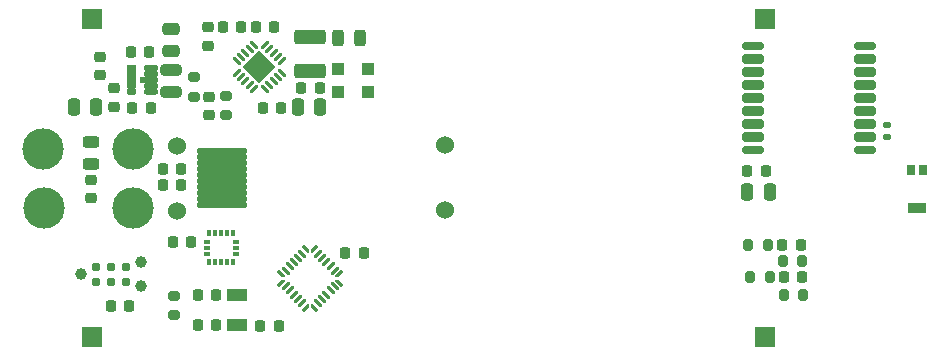
<source format=gbr>
%TF.GenerationSoftware,KiCad,Pcbnew,(6.0.0)*%
%TF.CreationDate,2022-01-25T09:42:25-07:00*%
%TF.ProjectId,SolarGPS,536f6c61-7247-4505-932e-6b696361645f,rev?*%
%TF.SameCoordinates,Original*%
%TF.FileFunction,Soldermask,Top*%
%TF.FilePolarity,Negative*%
%FSLAX46Y46*%
G04 Gerber Fmt 4.6, Leading zero omitted, Abs format (unit mm)*
G04 Created by KiCad (PCBNEW (6.0.0)) date 2022-01-25 09:42:25*
%MOMM*%
%LPD*%
G01*
G04 APERTURE LIST*
G04 Aperture macros list*
%AMRoundRect*
0 Rectangle with rounded corners*
0 $1 Rounding radius*
0 $2 $3 $4 $5 $6 $7 $8 $9 X,Y pos of 4 corners*
0 Add a 4 corners polygon primitive as box body*
4,1,4,$2,$3,$4,$5,$6,$7,$8,$9,$2,$3,0*
0 Add four circle primitives for the rounded corners*
1,1,$1+$1,$2,$3*
1,1,$1+$1,$4,$5*
1,1,$1+$1,$6,$7*
1,1,$1+$1,$8,$9*
0 Add four rect primitives between the rounded corners*
20,1,$1+$1,$2,$3,$4,$5,0*
20,1,$1+$1,$4,$5,$6,$7,0*
20,1,$1+$1,$6,$7,$8,$9,0*
20,1,$1+$1,$8,$9,$2,$3,0*%
%AMRotRect*
0 Rectangle, with rotation*
0 The origin of the aperture is its center*
0 $1 length*
0 $2 width*
0 $3 Rotation angle, in degrees counterclockwise*
0 Add horizontal line*
21,1,$1,$2,0,0,$3*%
%AMOutline4P*
0 Free polygon, 4 corners , with rotation*
0 The origin of the aperture is its center*
0 number of corners: always 4*
0 $1 to $8 corner X, Y*
0 $9 Rotation angle, in degrees counterclockwise*
0 create outline with 4 corners*
4,1,4,$1,$2,$3,$4,$5,$6,$7,$8,$1,$2,$9*%
%AMFreePoly0*
4,1,17,0.230680,0.111820,0.364318,-0.021819,0.364320,-0.021820,0.364320,-0.021821,0.377501,-0.053640,0.377500,-0.053642,0.377500,-0.080000,0.364320,-0.111820,0.332500,-0.125000,-0.332500,-0.125000,-0.364320,-0.111820,-0.377500,-0.080000,-0.377500,0.080000,-0.364320,0.111820,-0.332500,0.125000,0.198860,0.125000,0.230680,0.111820,0.230680,0.111820,$1*%
%AMFreePoly1*
4,1,17,0.364320,0.111820,0.377500,0.080000,0.377500,0.053642,0.377501,0.053640,0.369779,0.035000,0.364320,0.021820,0.364318,0.021819,0.230680,-0.111820,0.198860,-0.125000,-0.332500,-0.125000,-0.364320,-0.111820,-0.377500,-0.080000,-0.377500,0.080000,-0.364320,0.111820,-0.332500,0.125000,0.332500,0.125000,0.364320,0.111820,0.364320,0.111820,$1*%
%AMFreePoly2*
4,1,17,0.053642,0.377500,0.080000,0.377500,0.111820,0.364320,0.125000,0.332500,0.125000,-0.332500,0.111820,-0.364320,0.080000,-0.377500,-0.080000,-0.377500,-0.111820,-0.364320,-0.125000,-0.332500,-0.125000,0.198860,-0.111820,0.230680,0.021819,0.364318,0.021820,0.364320,0.031140,0.368181,0.053640,0.377501,0.053642,0.377500,0.053642,0.377500,$1*%
%AMFreePoly3*
4,1,17,-0.021820,0.364320,0.111818,0.230681,0.111820,0.230680,0.111820,0.230679,0.125001,0.198860,0.125000,0.198858,0.125000,-0.332500,0.111820,-0.364320,0.080000,-0.377500,-0.080000,-0.377500,-0.111820,-0.364320,-0.125000,-0.332500,-0.125000,0.332500,-0.111820,0.364320,-0.080000,0.377500,-0.053640,0.377500,-0.021820,0.364320,-0.021820,0.364320,$1*%
%AMFreePoly4*
4,1,17,0.364320,0.111820,0.377500,0.080000,0.377500,-0.080000,0.364320,-0.111820,0.332500,-0.125000,-0.198858,-0.125000,-0.198860,-0.125001,-0.221360,-0.115681,-0.230680,-0.111820,-0.230681,-0.111818,-0.364320,0.021820,-0.377500,0.053640,-0.377500,0.080000,-0.364320,0.111820,-0.332500,0.125000,0.332500,0.125000,0.364320,0.111820,0.364320,0.111820,$1*%
%AMFreePoly5*
4,1,17,-0.198858,0.125000,0.332500,0.125000,0.364320,0.111820,0.377500,0.080000,0.377500,-0.080000,0.364320,-0.111820,0.332500,-0.125000,-0.332500,-0.125000,-0.364320,-0.111820,-0.377500,-0.080000,-0.377500,-0.053640,-0.364320,-0.021820,-0.230681,0.111818,-0.230680,0.111820,-0.221360,0.115681,-0.198860,0.125001,-0.198858,0.125000,-0.198858,0.125000,$1*%
%AMFreePoly6*
4,1,17,0.111820,0.364320,0.125000,0.332500,0.125000,-0.198858,0.125001,-0.198860,0.115681,-0.221360,0.111820,-0.230680,0.111818,-0.230681,-0.021820,-0.364320,-0.053640,-0.377500,-0.080000,-0.377500,-0.111820,-0.364320,-0.125000,-0.332500,-0.125000,0.332500,-0.111820,0.364320,-0.080000,0.377500,0.080000,0.377500,0.111820,0.364320,0.111820,0.364320,$1*%
%AMFreePoly7*
4,1,17,0.111820,0.364320,0.125000,0.332500,0.125000,-0.332500,0.111820,-0.364320,0.080000,-0.377500,0.053642,-0.377500,0.053640,-0.377501,0.031140,-0.368181,0.021820,-0.364320,0.021819,-0.364318,-0.111820,-0.230680,-0.125000,-0.198860,-0.125000,0.332500,-0.111820,0.364320,-0.080000,0.377500,0.080000,0.377500,0.111820,0.364320,0.111820,0.364320,$1*%
G04 Aperture macros list end*
%ADD10C,0.010000*%
%ADD11RoundRect,0.120000X2.000000X-0.150000X2.000000X0.150000X-2.000000X0.150000X-2.000000X-0.150000X0*%
%ADD12RoundRect,0.250000X-0.475000X0.250000X-0.475000X-0.250000X0.475000X-0.250000X0.475000X0.250000X0*%
%ADD13RoundRect,0.218750X0.256250X-0.218750X0.256250X0.218750X-0.256250X0.218750X-0.256250X-0.218750X0*%
%ADD14RoundRect,0.243750X-0.456250X0.243750X-0.456250X-0.243750X0.456250X-0.243750X0.456250X0.243750X0*%
%ADD15RoundRect,0.218750X-0.218750X-0.256250X0.218750X-0.256250X0.218750X0.256250X-0.218750X0.256250X0*%
%ADD16RoundRect,0.250000X-0.250000X-0.475000X0.250000X-0.475000X0.250000X0.475000X-0.250000X0.475000X0*%
%ADD17RoundRect,0.218750X-0.256250X0.218750X-0.256250X-0.218750X0.256250X-0.218750X0.256250X0.218750X0*%
%ADD18RoundRect,0.243750X-0.656250X0.243750X-0.656250X-0.243750X0.656250X-0.243750X0.656250X0.243750X0*%
%ADD19RoundRect,0.243750X-0.243750X-0.456250X0.243750X-0.456250X0.243750X0.456250X-0.243750X0.456250X0*%
%ADD20RoundRect,0.218750X0.218750X0.256250X-0.218750X0.256250X-0.218750X-0.256250X0.218750X-0.256250X0*%
%ADD21RoundRect,0.250000X-1.075000X0.375000X-1.075000X-0.375000X1.075000X-0.375000X1.075000X0.375000X0*%
%ADD22RoundRect,0.250000X0.250000X0.475000X-0.250000X0.475000X-0.250000X-0.475000X0.250000X-0.475000X0*%
%ADD23RoundRect,0.225000X0.225000X0.250000X-0.225000X0.250000X-0.225000X-0.250000X0.225000X-0.250000X0*%
%ADD24RoundRect,0.225000X-0.225000X-0.250000X0.225000X-0.250000X0.225000X0.250000X-0.225000X0.250000X0*%
%ADD25RoundRect,0.087500X0.087500X-0.187500X0.087500X0.187500X-0.087500X0.187500X-0.087500X-0.187500X0*%
%ADD26RoundRect,0.087500X0.187500X-0.087500X0.187500X0.087500X-0.187500X0.087500X-0.187500X-0.087500X0*%
%ADD27R,1.000000X1.000000*%
%ADD28RoundRect,0.062500X0.220971X0.309359X-0.309359X-0.220971X-0.220971X-0.309359X0.309359X0.220971X0*%
%ADD29RoundRect,0.062500X-0.220971X0.309359X-0.309359X0.220971X0.220971X-0.309359X0.309359X-0.220971X0*%
%ADD30RotRect,2.000000X2.000000X225.000000*%
%ADD31RoundRect,0.200000X0.200000X0.275000X-0.200000X0.275000X-0.200000X-0.275000X0.200000X-0.275000X0*%
%ADD32RoundRect,0.200000X0.275000X-0.200000X0.275000X0.200000X-0.275000X0.200000X-0.275000X-0.200000X0*%
%ADD33RoundRect,0.225000X0.250000X-0.225000X0.250000X0.225000X-0.250000X0.225000X-0.250000X-0.225000X0*%
%ADD34RoundRect,0.147500X-0.172500X0.147500X-0.172500X-0.147500X0.172500X-0.147500X0.172500X0.147500X0*%
%ADD35RoundRect,0.175000X-0.725000X-0.175000X0.725000X-0.175000X0.725000X0.175000X-0.725000X0.175000X0*%
%ADD36RoundRect,0.200000X-0.700000X-0.200000X0.700000X-0.200000X0.700000X0.200000X-0.700000X0.200000X0*%
%ADD37Outline4P,-0.400000X-0.325000X0.400000X-0.325000X0.400000X0.325000X-0.400000X0.325000X90.000000*%
%ADD38Outline4P,-0.400000X-0.800000X0.400000X-0.800000X0.400000X0.800000X-0.400000X0.800000X90.000000*%
%ADD39FreePoly0,45.000000*%
%ADD40RoundRect,0.062500X-0.220971X-0.309359X0.309359X0.220971X0.220971X0.309359X-0.309359X-0.220971X0*%
%ADD41FreePoly1,45.000000*%
%ADD42FreePoly2,45.000000*%
%ADD43RoundRect,0.062500X0.220971X-0.309359X0.309359X-0.220971X-0.220971X0.309359X-0.309359X0.220971X0*%
%ADD44FreePoly3,45.000000*%
%ADD45FreePoly4,45.000000*%
%ADD46FreePoly5,45.000000*%
%ADD47FreePoly6,45.000000*%
%ADD48FreePoly7,45.000000*%
%ADD49C,0.990600*%
%ADD50C,0.787400*%
%ADD51R,1.800000X1.000000*%
%ADD52R,1.700000X1.700000*%
%ADD53C,3.500000*%
%ADD54C,1.524000*%
G04 APERTURE END LIST*
D10*
%TO.C,U7*%
X56695000Y-55575000D02*
X56695000Y-55725000D01*
X56695000Y-55725000D02*
X56695000Y-55731000D01*
X56695000Y-55731000D02*
X56694000Y-55738000D01*
X56694000Y-55738000D02*
X56694000Y-55744000D01*
X56694000Y-55744000D02*
X56692000Y-55750000D01*
X56692000Y-55750000D02*
X56691000Y-55756000D01*
X56691000Y-55756000D02*
X56689000Y-55762000D01*
X56689000Y-55762000D02*
X56687000Y-55768000D01*
X56687000Y-55768000D02*
X56685000Y-55774000D01*
X56685000Y-55774000D02*
X56682000Y-55779000D01*
X56682000Y-55779000D02*
X56679000Y-55785000D01*
X56679000Y-55785000D02*
X56676000Y-55790000D01*
X56676000Y-55790000D02*
X56672000Y-55796000D01*
X56672000Y-55796000D02*
X56668000Y-55801000D01*
X56668000Y-55801000D02*
X56664000Y-55805000D01*
X56664000Y-55805000D02*
X56660000Y-55810000D01*
X56660000Y-55810000D02*
X56655000Y-55814000D01*
X56655000Y-55814000D02*
X56651000Y-55818000D01*
X56651000Y-55818000D02*
X56646000Y-55822000D01*
X56646000Y-55822000D02*
X56640000Y-55826000D01*
X56640000Y-55826000D02*
X56635000Y-55829000D01*
X56635000Y-55829000D02*
X56629000Y-55832000D01*
X56629000Y-55832000D02*
X56624000Y-55835000D01*
X56624000Y-55835000D02*
X56618000Y-55837000D01*
X56618000Y-55837000D02*
X56612000Y-55839000D01*
X56612000Y-55839000D02*
X56606000Y-55841000D01*
X56606000Y-55841000D02*
X56600000Y-55842000D01*
X56600000Y-55842000D02*
X56594000Y-55844000D01*
X56594000Y-55844000D02*
X56588000Y-55844000D01*
X56588000Y-55844000D02*
X56581000Y-55845000D01*
X56581000Y-55845000D02*
X56575000Y-55845000D01*
X56575000Y-55845000D02*
X56075000Y-55845000D01*
X56075000Y-55845000D02*
X56069000Y-55845000D01*
X56069000Y-55845000D02*
X56062000Y-55844000D01*
X56062000Y-55844000D02*
X56056000Y-55844000D01*
X56056000Y-55844000D02*
X56050000Y-55842000D01*
X56050000Y-55842000D02*
X56044000Y-55841000D01*
X56044000Y-55841000D02*
X56038000Y-55839000D01*
X56038000Y-55839000D02*
X56032000Y-55837000D01*
X56032000Y-55837000D02*
X56026000Y-55835000D01*
X56026000Y-55835000D02*
X56021000Y-55832000D01*
X56021000Y-55832000D02*
X56015000Y-55829000D01*
X56015000Y-55829000D02*
X56010000Y-55826000D01*
X56010000Y-55826000D02*
X56004000Y-55822000D01*
X56004000Y-55822000D02*
X55999000Y-55818000D01*
X55999000Y-55818000D02*
X55995000Y-55814000D01*
X55995000Y-55814000D02*
X55990000Y-55810000D01*
X55990000Y-55810000D02*
X55986000Y-55805000D01*
X55986000Y-55805000D02*
X55982000Y-55801000D01*
X55982000Y-55801000D02*
X55978000Y-55796000D01*
X55978000Y-55796000D02*
X55974000Y-55790000D01*
X55974000Y-55790000D02*
X55971000Y-55785000D01*
X55971000Y-55785000D02*
X55968000Y-55779000D01*
X55968000Y-55779000D02*
X55965000Y-55774000D01*
X55965000Y-55774000D02*
X55963000Y-55768000D01*
X55963000Y-55768000D02*
X55961000Y-55762000D01*
X55961000Y-55762000D02*
X55959000Y-55756000D01*
X55959000Y-55756000D02*
X55958000Y-55750000D01*
X55958000Y-55750000D02*
X55956000Y-55744000D01*
X55956000Y-55744000D02*
X55956000Y-55738000D01*
X55956000Y-55738000D02*
X55955000Y-55731000D01*
X55955000Y-55731000D02*
X55955000Y-55725000D01*
X55955000Y-55725000D02*
X55955000Y-55575000D01*
X55955000Y-55575000D02*
X55955000Y-55569000D01*
X55955000Y-55569000D02*
X55956000Y-55562000D01*
X55956000Y-55562000D02*
X55956000Y-55556000D01*
X55956000Y-55556000D02*
X55958000Y-55550000D01*
X55958000Y-55550000D02*
X55959000Y-55544000D01*
X55959000Y-55544000D02*
X55961000Y-55538000D01*
X55961000Y-55538000D02*
X55963000Y-55532000D01*
X55963000Y-55532000D02*
X55965000Y-55526000D01*
X55965000Y-55526000D02*
X55968000Y-55521000D01*
X55968000Y-55521000D02*
X55971000Y-55515000D01*
X55971000Y-55515000D02*
X55974000Y-55510000D01*
X55974000Y-55510000D02*
X55978000Y-55504000D01*
X55978000Y-55504000D02*
X55982000Y-55499000D01*
X55982000Y-55499000D02*
X55986000Y-55495000D01*
X55986000Y-55495000D02*
X55990000Y-55490000D01*
X55990000Y-55490000D02*
X55995000Y-55486000D01*
X55995000Y-55486000D02*
X55999000Y-55482000D01*
X55999000Y-55482000D02*
X56004000Y-55478000D01*
X56004000Y-55478000D02*
X56010000Y-55474000D01*
X56010000Y-55474000D02*
X56015000Y-55471000D01*
X56015000Y-55471000D02*
X56021000Y-55468000D01*
X56021000Y-55468000D02*
X56026000Y-55465000D01*
X56026000Y-55465000D02*
X56032000Y-55463000D01*
X56032000Y-55463000D02*
X56038000Y-55461000D01*
X56038000Y-55461000D02*
X56044000Y-55459000D01*
X56044000Y-55459000D02*
X56050000Y-55458000D01*
X56050000Y-55458000D02*
X56056000Y-55456000D01*
X56056000Y-55456000D02*
X56062000Y-55456000D01*
X56062000Y-55456000D02*
X56069000Y-55455000D01*
X56069000Y-55455000D02*
X56075000Y-55455000D01*
X56075000Y-55455000D02*
X56575000Y-55455000D01*
X56575000Y-55455000D02*
X56581000Y-55455000D01*
X56581000Y-55455000D02*
X56588000Y-55456000D01*
X56588000Y-55456000D02*
X56594000Y-55456000D01*
X56594000Y-55456000D02*
X56600000Y-55458000D01*
X56600000Y-55458000D02*
X56606000Y-55459000D01*
X56606000Y-55459000D02*
X56612000Y-55461000D01*
X56612000Y-55461000D02*
X56618000Y-55463000D01*
X56618000Y-55463000D02*
X56624000Y-55465000D01*
X56624000Y-55465000D02*
X56629000Y-55468000D01*
X56629000Y-55468000D02*
X56635000Y-55471000D01*
X56635000Y-55471000D02*
X56640000Y-55474000D01*
X56640000Y-55474000D02*
X56646000Y-55478000D01*
X56646000Y-55478000D02*
X56651000Y-55482000D01*
X56651000Y-55482000D02*
X56655000Y-55486000D01*
X56655000Y-55486000D02*
X56660000Y-55490000D01*
X56660000Y-55490000D02*
X56664000Y-55495000D01*
X56664000Y-55495000D02*
X56668000Y-55499000D01*
X56668000Y-55499000D02*
X56672000Y-55504000D01*
X56672000Y-55504000D02*
X56676000Y-55510000D01*
X56676000Y-55510000D02*
X56679000Y-55515000D01*
X56679000Y-55515000D02*
X56682000Y-55521000D01*
X56682000Y-55521000D02*
X56685000Y-55526000D01*
X56685000Y-55526000D02*
X56687000Y-55532000D01*
X56687000Y-55532000D02*
X56689000Y-55538000D01*
X56689000Y-55538000D02*
X56691000Y-55544000D01*
X56691000Y-55544000D02*
X56692000Y-55550000D01*
X56692000Y-55550000D02*
X56694000Y-55556000D01*
X56694000Y-55556000D02*
X56694000Y-55562000D01*
X56694000Y-55562000D02*
X56695000Y-55569000D01*
X56695000Y-55569000D02*
X56695000Y-55575000D01*
X56695000Y-55575000D02*
X56695000Y-55575000D01*
G36*
X56588000Y-55456000D02*
G01*
X56594000Y-55456000D01*
X56600000Y-55458000D01*
X56606000Y-55459000D01*
X56624000Y-55465000D01*
X56629000Y-55468000D01*
X56635000Y-55471000D01*
X56640000Y-55474000D01*
X56646000Y-55478000D01*
X56651000Y-55482000D01*
X56655000Y-55486000D01*
X56660000Y-55490000D01*
X56664000Y-55495000D01*
X56668000Y-55499000D01*
X56672000Y-55504000D01*
X56676000Y-55510000D01*
X56679000Y-55515000D01*
X56682000Y-55521000D01*
X56685000Y-55526000D01*
X56691000Y-55544000D01*
X56692000Y-55550000D01*
X56694000Y-55556000D01*
X56694000Y-55562000D01*
X56695000Y-55569000D01*
X56695000Y-55731000D01*
X56694000Y-55738000D01*
X56694000Y-55744000D01*
X56692000Y-55750000D01*
X56691000Y-55756000D01*
X56685000Y-55774000D01*
X56682000Y-55779000D01*
X56679000Y-55785000D01*
X56676000Y-55790000D01*
X56672000Y-55796000D01*
X56668000Y-55801000D01*
X56664000Y-55805000D01*
X56660000Y-55810000D01*
X56655000Y-55814000D01*
X56651000Y-55818000D01*
X56646000Y-55822000D01*
X56640000Y-55826000D01*
X56635000Y-55829000D01*
X56629000Y-55832000D01*
X56624000Y-55835000D01*
X56606000Y-55841000D01*
X56600000Y-55842000D01*
X56594000Y-55844000D01*
X56588000Y-55844000D01*
X56581000Y-55845000D01*
X56069000Y-55845000D01*
X56062000Y-55844000D01*
X56056000Y-55844000D01*
X56050000Y-55842000D01*
X56044000Y-55841000D01*
X56026000Y-55835000D01*
X56021000Y-55832000D01*
X56015000Y-55829000D01*
X56010000Y-55826000D01*
X56004000Y-55822000D01*
X55999000Y-55818000D01*
X55995000Y-55814000D01*
X55990000Y-55810000D01*
X55986000Y-55805000D01*
X55982000Y-55801000D01*
X55978000Y-55796000D01*
X55974000Y-55790000D01*
X55971000Y-55785000D01*
X55968000Y-55779000D01*
X55965000Y-55774000D01*
X55959000Y-55756000D01*
X55958000Y-55750000D01*
X55956000Y-55744000D01*
X55956000Y-55738000D01*
X55955000Y-55731000D01*
X55955000Y-55569000D01*
X55956000Y-55562000D01*
X55956000Y-55556000D01*
X55958000Y-55550000D01*
X55959000Y-55544000D01*
X55965000Y-55526000D01*
X55968000Y-55521000D01*
X55971000Y-55515000D01*
X55974000Y-55510000D01*
X55978000Y-55504000D01*
X55982000Y-55499000D01*
X55986000Y-55495000D01*
X55990000Y-55490000D01*
X55995000Y-55486000D01*
X55999000Y-55482000D01*
X56004000Y-55478000D01*
X56010000Y-55474000D01*
X56015000Y-55471000D01*
X56021000Y-55468000D01*
X56026000Y-55465000D01*
X56044000Y-55459000D01*
X56050000Y-55458000D01*
X56056000Y-55456000D01*
X56062000Y-55456000D01*
X56069000Y-55455000D01*
X56581000Y-55455000D01*
X56588000Y-55456000D01*
G37*
X56588000Y-55456000D02*
X56594000Y-55456000D01*
X56600000Y-55458000D01*
X56606000Y-55459000D01*
X56624000Y-55465000D01*
X56629000Y-55468000D01*
X56635000Y-55471000D01*
X56640000Y-55474000D01*
X56646000Y-55478000D01*
X56651000Y-55482000D01*
X56655000Y-55486000D01*
X56660000Y-55490000D01*
X56664000Y-55495000D01*
X56668000Y-55499000D01*
X56672000Y-55504000D01*
X56676000Y-55510000D01*
X56679000Y-55515000D01*
X56682000Y-55521000D01*
X56685000Y-55526000D01*
X56691000Y-55544000D01*
X56692000Y-55550000D01*
X56694000Y-55556000D01*
X56694000Y-55562000D01*
X56695000Y-55569000D01*
X56695000Y-55731000D01*
X56694000Y-55738000D01*
X56694000Y-55744000D01*
X56692000Y-55750000D01*
X56691000Y-55756000D01*
X56685000Y-55774000D01*
X56682000Y-55779000D01*
X56679000Y-55785000D01*
X56676000Y-55790000D01*
X56672000Y-55796000D01*
X56668000Y-55801000D01*
X56664000Y-55805000D01*
X56660000Y-55810000D01*
X56655000Y-55814000D01*
X56651000Y-55818000D01*
X56646000Y-55822000D01*
X56640000Y-55826000D01*
X56635000Y-55829000D01*
X56629000Y-55832000D01*
X56624000Y-55835000D01*
X56606000Y-55841000D01*
X56600000Y-55842000D01*
X56594000Y-55844000D01*
X56588000Y-55844000D01*
X56581000Y-55845000D01*
X56069000Y-55845000D01*
X56062000Y-55844000D01*
X56056000Y-55844000D01*
X56050000Y-55842000D01*
X56044000Y-55841000D01*
X56026000Y-55835000D01*
X56021000Y-55832000D01*
X56015000Y-55829000D01*
X56010000Y-55826000D01*
X56004000Y-55822000D01*
X55999000Y-55818000D01*
X55995000Y-55814000D01*
X55990000Y-55810000D01*
X55986000Y-55805000D01*
X55982000Y-55801000D01*
X55978000Y-55796000D01*
X55974000Y-55790000D01*
X55971000Y-55785000D01*
X55968000Y-55779000D01*
X55965000Y-55774000D01*
X55959000Y-55756000D01*
X55958000Y-55750000D01*
X55956000Y-55744000D01*
X55956000Y-55738000D01*
X55955000Y-55731000D01*
X55955000Y-55569000D01*
X55956000Y-55562000D01*
X55956000Y-55556000D01*
X55958000Y-55550000D01*
X55959000Y-55544000D01*
X55965000Y-55526000D01*
X55968000Y-55521000D01*
X55971000Y-55515000D01*
X55974000Y-55510000D01*
X55978000Y-55504000D01*
X55982000Y-55499000D01*
X55986000Y-55495000D01*
X55990000Y-55490000D01*
X55995000Y-55486000D01*
X55999000Y-55482000D01*
X56004000Y-55478000D01*
X56010000Y-55474000D01*
X56015000Y-55471000D01*
X56021000Y-55468000D01*
X56026000Y-55465000D01*
X56044000Y-55459000D01*
X56050000Y-55458000D01*
X56056000Y-55456000D01*
X56062000Y-55456000D01*
X56069000Y-55455000D01*
X56581000Y-55455000D01*
X56588000Y-55456000D01*
X58495000Y-56075000D02*
X58495000Y-56225000D01*
X58495000Y-56225000D02*
X58495000Y-56231000D01*
X58495000Y-56231000D02*
X58494000Y-56238000D01*
X58494000Y-56238000D02*
X58494000Y-56244000D01*
X58494000Y-56244000D02*
X58492000Y-56250000D01*
X58492000Y-56250000D02*
X58491000Y-56256000D01*
X58491000Y-56256000D02*
X58489000Y-56262000D01*
X58489000Y-56262000D02*
X58487000Y-56268000D01*
X58487000Y-56268000D02*
X58485000Y-56274000D01*
X58485000Y-56274000D02*
X58482000Y-56279000D01*
X58482000Y-56279000D02*
X58479000Y-56285000D01*
X58479000Y-56285000D02*
X58476000Y-56290000D01*
X58476000Y-56290000D02*
X58472000Y-56296000D01*
X58472000Y-56296000D02*
X58468000Y-56301000D01*
X58468000Y-56301000D02*
X58464000Y-56305000D01*
X58464000Y-56305000D02*
X58460000Y-56310000D01*
X58460000Y-56310000D02*
X58455000Y-56314000D01*
X58455000Y-56314000D02*
X58451000Y-56318000D01*
X58451000Y-56318000D02*
X58446000Y-56322000D01*
X58446000Y-56322000D02*
X58440000Y-56326000D01*
X58440000Y-56326000D02*
X58435000Y-56329000D01*
X58435000Y-56329000D02*
X58429000Y-56332000D01*
X58429000Y-56332000D02*
X58424000Y-56335000D01*
X58424000Y-56335000D02*
X58418000Y-56337000D01*
X58418000Y-56337000D02*
X58412000Y-56339000D01*
X58412000Y-56339000D02*
X58406000Y-56341000D01*
X58406000Y-56341000D02*
X58400000Y-56342000D01*
X58400000Y-56342000D02*
X58394000Y-56344000D01*
X58394000Y-56344000D02*
X58388000Y-56344000D01*
X58388000Y-56344000D02*
X58381000Y-56345000D01*
X58381000Y-56345000D02*
X58375000Y-56345000D01*
X58375000Y-56345000D02*
X57575000Y-56345000D01*
X57575000Y-56345000D02*
X57569000Y-56345000D01*
X57569000Y-56345000D02*
X57562000Y-56344000D01*
X57562000Y-56344000D02*
X57556000Y-56344000D01*
X57556000Y-56344000D02*
X57550000Y-56342000D01*
X57550000Y-56342000D02*
X57544000Y-56341000D01*
X57544000Y-56341000D02*
X57538000Y-56339000D01*
X57538000Y-56339000D02*
X57532000Y-56337000D01*
X57532000Y-56337000D02*
X57526000Y-56335000D01*
X57526000Y-56335000D02*
X57521000Y-56332000D01*
X57521000Y-56332000D02*
X57515000Y-56329000D01*
X57515000Y-56329000D02*
X57510000Y-56326000D01*
X57510000Y-56326000D02*
X57504000Y-56322000D01*
X57504000Y-56322000D02*
X57499000Y-56318000D01*
X57499000Y-56318000D02*
X57495000Y-56314000D01*
X57495000Y-56314000D02*
X57490000Y-56310000D01*
X57490000Y-56310000D02*
X57486000Y-56305000D01*
X57486000Y-56305000D02*
X57482000Y-56301000D01*
X57482000Y-56301000D02*
X57478000Y-56296000D01*
X57478000Y-56296000D02*
X57474000Y-56290000D01*
X57474000Y-56290000D02*
X57471000Y-56285000D01*
X57471000Y-56285000D02*
X57468000Y-56279000D01*
X57468000Y-56279000D02*
X57465000Y-56274000D01*
X57465000Y-56274000D02*
X57463000Y-56268000D01*
X57463000Y-56268000D02*
X57461000Y-56262000D01*
X57461000Y-56262000D02*
X57459000Y-56256000D01*
X57459000Y-56256000D02*
X57458000Y-56250000D01*
X57458000Y-56250000D02*
X57456000Y-56244000D01*
X57456000Y-56244000D02*
X57456000Y-56238000D01*
X57456000Y-56238000D02*
X57455000Y-56231000D01*
X57455000Y-56231000D02*
X57455000Y-56225000D01*
X57455000Y-56225000D02*
X57455000Y-56075000D01*
X57455000Y-56075000D02*
X57455000Y-56069000D01*
X57455000Y-56069000D02*
X57456000Y-56062000D01*
X57456000Y-56062000D02*
X57456000Y-56056000D01*
X57456000Y-56056000D02*
X57458000Y-56050000D01*
X57458000Y-56050000D02*
X57459000Y-56044000D01*
X57459000Y-56044000D02*
X57461000Y-56038000D01*
X57461000Y-56038000D02*
X57463000Y-56032000D01*
X57463000Y-56032000D02*
X57465000Y-56026000D01*
X57465000Y-56026000D02*
X57468000Y-56021000D01*
X57468000Y-56021000D02*
X57471000Y-56015000D01*
X57471000Y-56015000D02*
X57474000Y-56010000D01*
X57474000Y-56010000D02*
X57478000Y-56004000D01*
X57478000Y-56004000D02*
X57482000Y-55999000D01*
X57482000Y-55999000D02*
X57486000Y-55995000D01*
X57486000Y-55995000D02*
X57490000Y-55990000D01*
X57490000Y-55990000D02*
X57495000Y-55986000D01*
X57495000Y-55986000D02*
X57499000Y-55982000D01*
X57499000Y-55982000D02*
X57504000Y-55978000D01*
X57504000Y-55978000D02*
X57510000Y-55974000D01*
X57510000Y-55974000D02*
X57515000Y-55971000D01*
X57515000Y-55971000D02*
X57521000Y-55968000D01*
X57521000Y-55968000D02*
X57526000Y-55965000D01*
X57526000Y-55965000D02*
X57532000Y-55963000D01*
X57532000Y-55963000D02*
X57538000Y-55961000D01*
X57538000Y-55961000D02*
X57544000Y-55959000D01*
X57544000Y-55959000D02*
X57550000Y-55958000D01*
X57550000Y-55958000D02*
X57556000Y-55956000D01*
X57556000Y-55956000D02*
X57562000Y-55956000D01*
X57562000Y-55956000D02*
X57569000Y-55955000D01*
X57569000Y-55955000D02*
X57575000Y-55955000D01*
X57575000Y-55955000D02*
X58375000Y-55955000D01*
X58375000Y-55955000D02*
X58381000Y-55955000D01*
X58381000Y-55955000D02*
X58388000Y-55956000D01*
X58388000Y-55956000D02*
X58394000Y-55956000D01*
X58394000Y-55956000D02*
X58400000Y-55958000D01*
X58400000Y-55958000D02*
X58406000Y-55959000D01*
X58406000Y-55959000D02*
X58412000Y-55961000D01*
X58412000Y-55961000D02*
X58418000Y-55963000D01*
X58418000Y-55963000D02*
X58424000Y-55965000D01*
X58424000Y-55965000D02*
X58429000Y-55968000D01*
X58429000Y-55968000D02*
X58435000Y-55971000D01*
X58435000Y-55971000D02*
X58440000Y-55974000D01*
X58440000Y-55974000D02*
X58446000Y-55978000D01*
X58446000Y-55978000D02*
X58451000Y-55982000D01*
X58451000Y-55982000D02*
X58455000Y-55986000D01*
X58455000Y-55986000D02*
X58460000Y-55990000D01*
X58460000Y-55990000D02*
X58464000Y-55995000D01*
X58464000Y-55995000D02*
X58468000Y-55999000D01*
X58468000Y-55999000D02*
X58472000Y-56004000D01*
X58472000Y-56004000D02*
X58476000Y-56010000D01*
X58476000Y-56010000D02*
X58479000Y-56015000D01*
X58479000Y-56015000D02*
X58482000Y-56021000D01*
X58482000Y-56021000D02*
X58485000Y-56026000D01*
X58485000Y-56026000D02*
X58487000Y-56032000D01*
X58487000Y-56032000D02*
X58489000Y-56038000D01*
X58489000Y-56038000D02*
X58491000Y-56044000D01*
X58491000Y-56044000D02*
X58492000Y-56050000D01*
X58492000Y-56050000D02*
X58494000Y-56056000D01*
X58494000Y-56056000D02*
X58494000Y-56062000D01*
X58494000Y-56062000D02*
X58495000Y-56069000D01*
X58495000Y-56069000D02*
X58495000Y-56075000D01*
X58495000Y-56075000D02*
X58495000Y-56075000D01*
G36*
X58388000Y-55956000D02*
G01*
X58394000Y-55956000D01*
X58400000Y-55958000D01*
X58406000Y-55959000D01*
X58424000Y-55965000D01*
X58429000Y-55968000D01*
X58435000Y-55971000D01*
X58440000Y-55974000D01*
X58446000Y-55978000D01*
X58451000Y-55982000D01*
X58455000Y-55986000D01*
X58460000Y-55990000D01*
X58464000Y-55995000D01*
X58468000Y-55999000D01*
X58472000Y-56004000D01*
X58476000Y-56010000D01*
X58479000Y-56015000D01*
X58482000Y-56021000D01*
X58485000Y-56026000D01*
X58491000Y-56044000D01*
X58492000Y-56050000D01*
X58494000Y-56056000D01*
X58494000Y-56062000D01*
X58495000Y-56069000D01*
X58495000Y-56231000D01*
X58494000Y-56238000D01*
X58494000Y-56244000D01*
X58492000Y-56250000D01*
X58491000Y-56256000D01*
X58485000Y-56274000D01*
X58482000Y-56279000D01*
X58479000Y-56285000D01*
X58476000Y-56290000D01*
X58472000Y-56296000D01*
X58468000Y-56301000D01*
X58464000Y-56305000D01*
X58460000Y-56310000D01*
X58455000Y-56314000D01*
X58451000Y-56318000D01*
X58446000Y-56322000D01*
X58440000Y-56326000D01*
X58435000Y-56329000D01*
X58429000Y-56332000D01*
X58424000Y-56335000D01*
X58406000Y-56341000D01*
X58400000Y-56342000D01*
X58394000Y-56344000D01*
X58388000Y-56344000D01*
X58381000Y-56345000D01*
X57569000Y-56345000D01*
X57562000Y-56344000D01*
X57556000Y-56344000D01*
X57550000Y-56342000D01*
X57544000Y-56341000D01*
X57526000Y-56335000D01*
X57521000Y-56332000D01*
X57515000Y-56329000D01*
X57510000Y-56326000D01*
X57504000Y-56322000D01*
X57499000Y-56318000D01*
X57495000Y-56314000D01*
X57490000Y-56310000D01*
X57486000Y-56305000D01*
X57482000Y-56301000D01*
X57478000Y-56296000D01*
X57474000Y-56290000D01*
X57471000Y-56285000D01*
X57468000Y-56279000D01*
X57465000Y-56274000D01*
X57459000Y-56256000D01*
X57458000Y-56250000D01*
X57456000Y-56244000D01*
X57456000Y-56238000D01*
X57455000Y-56231000D01*
X57455000Y-56069000D01*
X57456000Y-56062000D01*
X57456000Y-56056000D01*
X57458000Y-56050000D01*
X57459000Y-56044000D01*
X57465000Y-56026000D01*
X57468000Y-56021000D01*
X57471000Y-56015000D01*
X57474000Y-56010000D01*
X57478000Y-56004000D01*
X57482000Y-55999000D01*
X57486000Y-55995000D01*
X57490000Y-55990000D01*
X57495000Y-55986000D01*
X57499000Y-55982000D01*
X57504000Y-55978000D01*
X57510000Y-55974000D01*
X57515000Y-55971000D01*
X57521000Y-55968000D01*
X57526000Y-55965000D01*
X57544000Y-55959000D01*
X57550000Y-55958000D01*
X57556000Y-55956000D01*
X57562000Y-55956000D01*
X57569000Y-55955000D01*
X58381000Y-55955000D01*
X58388000Y-55956000D01*
G37*
X58388000Y-55956000D02*
X58394000Y-55956000D01*
X58400000Y-55958000D01*
X58406000Y-55959000D01*
X58424000Y-55965000D01*
X58429000Y-55968000D01*
X58435000Y-55971000D01*
X58440000Y-55974000D01*
X58446000Y-55978000D01*
X58451000Y-55982000D01*
X58455000Y-55986000D01*
X58460000Y-55990000D01*
X58464000Y-55995000D01*
X58468000Y-55999000D01*
X58472000Y-56004000D01*
X58476000Y-56010000D01*
X58479000Y-56015000D01*
X58482000Y-56021000D01*
X58485000Y-56026000D01*
X58491000Y-56044000D01*
X58492000Y-56050000D01*
X58494000Y-56056000D01*
X58494000Y-56062000D01*
X58495000Y-56069000D01*
X58495000Y-56231000D01*
X58494000Y-56238000D01*
X58494000Y-56244000D01*
X58492000Y-56250000D01*
X58491000Y-56256000D01*
X58485000Y-56274000D01*
X58482000Y-56279000D01*
X58479000Y-56285000D01*
X58476000Y-56290000D01*
X58472000Y-56296000D01*
X58468000Y-56301000D01*
X58464000Y-56305000D01*
X58460000Y-56310000D01*
X58455000Y-56314000D01*
X58451000Y-56318000D01*
X58446000Y-56322000D01*
X58440000Y-56326000D01*
X58435000Y-56329000D01*
X58429000Y-56332000D01*
X58424000Y-56335000D01*
X58406000Y-56341000D01*
X58400000Y-56342000D01*
X58394000Y-56344000D01*
X58388000Y-56344000D01*
X58381000Y-56345000D01*
X57569000Y-56345000D01*
X57562000Y-56344000D01*
X57556000Y-56344000D01*
X57550000Y-56342000D01*
X57544000Y-56341000D01*
X57526000Y-56335000D01*
X57521000Y-56332000D01*
X57515000Y-56329000D01*
X57510000Y-56326000D01*
X57504000Y-56322000D01*
X57499000Y-56318000D01*
X57495000Y-56314000D01*
X57490000Y-56310000D01*
X57486000Y-56305000D01*
X57482000Y-56301000D01*
X57478000Y-56296000D01*
X57474000Y-56290000D01*
X57471000Y-56285000D01*
X57468000Y-56279000D01*
X57465000Y-56274000D01*
X57459000Y-56256000D01*
X57458000Y-56250000D01*
X57456000Y-56244000D01*
X57456000Y-56238000D01*
X57455000Y-56231000D01*
X57455000Y-56069000D01*
X57456000Y-56062000D01*
X57456000Y-56056000D01*
X57458000Y-56050000D01*
X57459000Y-56044000D01*
X57465000Y-56026000D01*
X57468000Y-56021000D01*
X57471000Y-56015000D01*
X57474000Y-56010000D01*
X57478000Y-56004000D01*
X57482000Y-55999000D01*
X57486000Y-55995000D01*
X57490000Y-55990000D01*
X57495000Y-55986000D01*
X57499000Y-55982000D01*
X57504000Y-55978000D01*
X57510000Y-55974000D01*
X57515000Y-55971000D01*
X57521000Y-55968000D01*
X57526000Y-55965000D01*
X57544000Y-55959000D01*
X57550000Y-55958000D01*
X57556000Y-55956000D01*
X57562000Y-55956000D01*
X57569000Y-55955000D01*
X58381000Y-55955000D01*
X58388000Y-55956000D01*
X58495000Y-55075000D02*
X58495000Y-55225000D01*
X58495000Y-55225000D02*
X58495000Y-55231000D01*
X58495000Y-55231000D02*
X58494000Y-55238000D01*
X58494000Y-55238000D02*
X58494000Y-55244000D01*
X58494000Y-55244000D02*
X58492000Y-55250000D01*
X58492000Y-55250000D02*
X58491000Y-55256000D01*
X58491000Y-55256000D02*
X58489000Y-55262000D01*
X58489000Y-55262000D02*
X58487000Y-55268000D01*
X58487000Y-55268000D02*
X58485000Y-55274000D01*
X58485000Y-55274000D02*
X58482000Y-55279000D01*
X58482000Y-55279000D02*
X58479000Y-55285000D01*
X58479000Y-55285000D02*
X58476000Y-55290000D01*
X58476000Y-55290000D02*
X58472000Y-55296000D01*
X58472000Y-55296000D02*
X58468000Y-55301000D01*
X58468000Y-55301000D02*
X58464000Y-55305000D01*
X58464000Y-55305000D02*
X58460000Y-55310000D01*
X58460000Y-55310000D02*
X58455000Y-55314000D01*
X58455000Y-55314000D02*
X58451000Y-55318000D01*
X58451000Y-55318000D02*
X58446000Y-55322000D01*
X58446000Y-55322000D02*
X58440000Y-55326000D01*
X58440000Y-55326000D02*
X58435000Y-55329000D01*
X58435000Y-55329000D02*
X58429000Y-55332000D01*
X58429000Y-55332000D02*
X58424000Y-55335000D01*
X58424000Y-55335000D02*
X58418000Y-55337000D01*
X58418000Y-55337000D02*
X58412000Y-55339000D01*
X58412000Y-55339000D02*
X58406000Y-55341000D01*
X58406000Y-55341000D02*
X58400000Y-55342000D01*
X58400000Y-55342000D02*
X58394000Y-55344000D01*
X58394000Y-55344000D02*
X58388000Y-55344000D01*
X58388000Y-55344000D02*
X58381000Y-55345000D01*
X58381000Y-55345000D02*
X58375000Y-55345000D01*
X58375000Y-55345000D02*
X57175000Y-55345000D01*
X57175000Y-55345000D02*
X57169000Y-55345000D01*
X57169000Y-55345000D02*
X57162000Y-55344000D01*
X57162000Y-55344000D02*
X57156000Y-55344000D01*
X57156000Y-55344000D02*
X57150000Y-55342000D01*
X57150000Y-55342000D02*
X57144000Y-55341000D01*
X57144000Y-55341000D02*
X57138000Y-55339000D01*
X57138000Y-55339000D02*
X57132000Y-55337000D01*
X57132000Y-55337000D02*
X57126000Y-55335000D01*
X57126000Y-55335000D02*
X57121000Y-55332000D01*
X57121000Y-55332000D02*
X57115000Y-55329000D01*
X57115000Y-55329000D02*
X57110000Y-55326000D01*
X57110000Y-55326000D02*
X57104000Y-55322000D01*
X57104000Y-55322000D02*
X57099000Y-55318000D01*
X57099000Y-55318000D02*
X57095000Y-55314000D01*
X57095000Y-55314000D02*
X57090000Y-55310000D01*
X57090000Y-55310000D02*
X57086000Y-55305000D01*
X57086000Y-55305000D02*
X57082000Y-55301000D01*
X57082000Y-55301000D02*
X57078000Y-55296000D01*
X57078000Y-55296000D02*
X57074000Y-55290000D01*
X57074000Y-55290000D02*
X57071000Y-55285000D01*
X57071000Y-55285000D02*
X57068000Y-55279000D01*
X57068000Y-55279000D02*
X57065000Y-55274000D01*
X57065000Y-55274000D02*
X57063000Y-55268000D01*
X57063000Y-55268000D02*
X57061000Y-55262000D01*
X57061000Y-55262000D02*
X57059000Y-55256000D01*
X57059000Y-55256000D02*
X57058000Y-55250000D01*
X57058000Y-55250000D02*
X57056000Y-55244000D01*
X57056000Y-55244000D02*
X57056000Y-55238000D01*
X57056000Y-55238000D02*
X57055000Y-55231000D01*
X57055000Y-55231000D02*
X57055000Y-55225000D01*
X57055000Y-55225000D02*
X57055000Y-55075000D01*
X57055000Y-55075000D02*
X57055000Y-55069000D01*
X57055000Y-55069000D02*
X57056000Y-55062000D01*
X57056000Y-55062000D02*
X57056000Y-55056000D01*
X57056000Y-55056000D02*
X57058000Y-55050000D01*
X57058000Y-55050000D02*
X57059000Y-55044000D01*
X57059000Y-55044000D02*
X57061000Y-55038000D01*
X57061000Y-55038000D02*
X57063000Y-55032000D01*
X57063000Y-55032000D02*
X57065000Y-55026000D01*
X57065000Y-55026000D02*
X57068000Y-55021000D01*
X57068000Y-55021000D02*
X57071000Y-55015000D01*
X57071000Y-55015000D02*
X57074000Y-55010000D01*
X57074000Y-55010000D02*
X57078000Y-55004000D01*
X57078000Y-55004000D02*
X57082000Y-54999000D01*
X57082000Y-54999000D02*
X57086000Y-54995000D01*
X57086000Y-54995000D02*
X57090000Y-54990000D01*
X57090000Y-54990000D02*
X57095000Y-54986000D01*
X57095000Y-54986000D02*
X57099000Y-54982000D01*
X57099000Y-54982000D02*
X57104000Y-54978000D01*
X57104000Y-54978000D02*
X57110000Y-54974000D01*
X57110000Y-54974000D02*
X57115000Y-54971000D01*
X57115000Y-54971000D02*
X57121000Y-54968000D01*
X57121000Y-54968000D02*
X57126000Y-54965000D01*
X57126000Y-54965000D02*
X57132000Y-54963000D01*
X57132000Y-54963000D02*
X57138000Y-54961000D01*
X57138000Y-54961000D02*
X57144000Y-54959000D01*
X57144000Y-54959000D02*
X57150000Y-54958000D01*
X57150000Y-54958000D02*
X57156000Y-54956000D01*
X57156000Y-54956000D02*
X57162000Y-54956000D01*
X57162000Y-54956000D02*
X57169000Y-54955000D01*
X57169000Y-54955000D02*
X57175000Y-54955000D01*
X57175000Y-54955000D02*
X58375000Y-54955000D01*
X58375000Y-54955000D02*
X58381000Y-54955000D01*
X58381000Y-54955000D02*
X58388000Y-54956000D01*
X58388000Y-54956000D02*
X58394000Y-54956000D01*
X58394000Y-54956000D02*
X58400000Y-54958000D01*
X58400000Y-54958000D02*
X58406000Y-54959000D01*
X58406000Y-54959000D02*
X58412000Y-54961000D01*
X58412000Y-54961000D02*
X58418000Y-54963000D01*
X58418000Y-54963000D02*
X58424000Y-54965000D01*
X58424000Y-54965000D02*
X58429000Y-54968000D01*
X58429000Y-54968000D02*
X58435000Y-54971000D01*
X58435000Y-54971000D02*
X58440000Y-54974000D01*
X58440000Y-54974000D02*
X58446000Y-54978000D01*
X58446000Y-54978000D02*
X58451000Y-54982000D01*
X58451000Y-54982000D02*
X58455000Y-54986000D01*
X58455000Y-54986000D02*
X58460000Y-54990000D01*
X58460000Y-54990000D02*
X58464000Y-54995000D01*
X58464000Y-54995000D02*
X58468000Y-54999000D01*
X58468000Y-54999000D02*
X58472000Y-55004000D01*
X58472000Y-55004000D02*
X58476000Y-55010000D01*
X58476000Y-55010000D02*
X58479000Y-55015000D01*
X58479000Y-55015000D02*
X58482000Y-55021000D01*
X58482000Y-55021000D02*
X58485000Y-55026000D01*
X58485000Y-55026000D02*
X58487000Y-55032000D01*
X58487000Y-55032000D02*
X58489000Y-55038000D01*
X58489000Y-55038000D02*
X58491000Y-55044000D01*
X58491000Y-55044000D02*
X58492000Y-55050000D01*
X58492000Y-55050000D02*
X58494000Y-55056000D01*
X58494000Y-55056000D02*
X58494000Y-55062000D01*
X58494000Y-55062000D02*
X58495000Y-55069000D01*
X58495000Y-55069000D02*
X58495000Y-55075000D01*
X58495000Y-55075000D02*
X58495000Y-55075000D01*
G36*
X58388000Y-54956000D02*
G01*
X58394000Y-54956000D01*
X58400000Y-54958000D01*
X58406000Y-54959000D01*
X58424000Y-54965000D01*
X58429000Y-54968000D01*
X58435000Y-54971000D01*
X58440000Y-54974000D01*
X58446000Y-54978000D01*
X58451000Y-54982000D01*
X58455000Y-54986000D01*
X58460000Y-54990000D01*
X58464000Y-54995000D01*
X58468000Y-54999000D01*
X58472000Y-55004000D01*
X58476000Y-55010000D01*
X58479000Y-55015000D01*
X58482000Y-55021000D01*
X58485000Y-55026000D01*
X58491000Y-55044000D01*
X58492000Y-55050000D01*
X58494000Y-55056000D01*
X58494000Y-55062000D01*
X58495000Y-55069000D01*
X58495000Y-55231000D01*
X58494000Y-55238000D01*
X58494000Y-55244000D01*
X58492000Y-55250000D01*
X58491000Y-55256000D01*
X58485000Y-55274000D01*
X58482000Y-55279000D01*
X58479000Y-55285000D01*
X58476000Y-55290000D01*
X58472000Y-55296000D01*
X58468000Y-55301000D01*
X58464000Y-55305000D01*
X58460000Y-55310000D01*
X58455000Y-55314000D01*
X58451000Y-55318000D01*
X58446000Y-55322000D01*
X58440000Y-55326000D01*
X58435000Y-55329000D01*
X58429000Y-55332000D01*
X58424000Y-55335000D01*
X58406000Y-55341000D01*
X58400000Y-55342000D01*
X58394000Y-55344000D01*
X58388000Y-55344000D01*
X58381000Y-55345000D01*
X57169000Y-55345000D01*
X57162000Y-55344000D01*
X57156000Y-55344000D01*
X57150000Y-55342000D01*
X57144000Y-55341000D01*
X57126000Y-55335000D01*
X57121000Y-55332000D01*
X57115000Y-55329000D01*
X57110000Y-55326000D01*
X57104000Y-55322000D01*
X57099000Y-55318000D01*
X57095000Y-55314000D01*
X57090000Y-55310000D01*
X57086000Y-55305000D01*
X57082000Y-55301000D01*
X57078000Y-55296000D01*
X57074000Y-55290000D01*
X57071000Y-55285000D01*
X57068000Y-55279000D01*
X57065000Y-55274000D01*
X57059000Y-55256000D01*
X57058000Y-55250000D01*
X57056000Y-55244000D01*
X57056000Y-55238000D01*
X57055000Y-55231000D01*
X57055000Y-55069000D01*
X57056000Y-55062000D01*
X57056000Y-55056000D01*
X57058000Y-55050000D01*
X57059000Y-55044000D01*
X57065000Y-55026000D01*
X57068000Y-55021000D01*
X57071000Y-55015000D01*
X57074000Y-55010000D01*
X57078000Y-55004000D01*
X57082000Y-54999000D01*
X57086000Y-54995000D01*
X57090000Y-54990000D01*
X57095000Y-54986000D01*
X57099000Y-54982000D01*
X57104000Y-54978000D01*
X57110000Y-54974000D01*
X57115000Y-54971000D01*
X57121000Y-54968000D01*
X57126000Y-54965000D01*
X57144000Y-54959000D01*
X57150000Y-54958000D01*
X57156000Y-54956000D01*
X57162000Y-54956000D01*
X57169000Y-54955000D01*
X58381000Y-54955000D01*
X58388000Y-54956000D01*
G37*
X58388000Y-54956000D02*
X58394000Y-54956000D01*
X58400000Y-54958000D01*
X58406000Y-54959000D01*
X58424000Y-54965000D01*
X58429000Y-54968000D01*
X58435000Y-54971000D01*
X58440000Y-54974000D01*
X58446000Y-54978000D01*
X58451000Y-54982000D01*
X58455000Y-54986000D01*
X58460000Y-54990000D01*
X58464000Y-54995000D01*
X58468000Y-54999000D01*
X58472000Y-55004000D01*
X58476000Y-55010000D01*
X58479000Y-55015000D01*
X58482000Y-55021000D01*
X58485000Y-55026000D01*
X58491000Y-55044000D01*
X58492000Y-55050000D01*
X58494000Y-55056000D01*
X58494000Y-55062000D01*
X58495000Y-55069000D01*
X58495000Y-55231000D01*
X58494000Y-55238000D01*
X58494000Y-55244000D01*
X58492000Y-55250000D01*
X58491000Y-55256000D01*
X58485000Y-55274000D01*
X58482000Y-55279000D01*
X58479000Y-55285000D01*
X58476000Y-55290000D01*
X58472000Y-55296000D01*
X58468000Y-55301000D01*
X58464000Y-55305000D01*
X58460000Y-55310000D01*
X58455000Y-55314000D01*
X58451000Y-55318000D01*
X58446000Y-55322000D01*
X58440000Y-55326000D01*
X58435000Y-55329000D01*
X58429000Y-55332000D01*
X58424000Y-55335000D01*
X58406000Y-55341000D01*
X58400000Y-55342000D01*
X58394000Y-55344000D01*
X58388000Y-55344000D01*
X58381000Y-55345000D01*
X57169000Y-55345000D01*
X57162000Y-55344000D01*
X57156000Y-55344000D01*
X57150000Y-55342000D01*
X57144000Y-55341000D01*
X57126000Y-55335000D01*
X57121000Y-55332000D01*
X57115000Y-55329000D01*
X57110000Y-55326000D01*
X57104000Y-55322000D01*
X57099000Y-55318000D01*
X57095000Y-55314000D01*
X57090000Y-55310000D01*
X57086000Y-55305000D01*
X57082000Y-55301000D01*
X57078000Y-55296000D01*
X57074000Y-55290000D01*
X57071000Y-55285000D01*
X57068000Y-55279000D01*
X57065000Y-55274000D01*
X57059000Y-55256000D01*
X57058000Y-55250000D01*
X57056000Y-55244000D01*
X57056000Y-55238000D01*
X57055000Y-55231000D01*
X57055000Y-55069000D01*
X57056000Y-55062000D01*
X57056000Y-55056000D01*
X57058000Y-55050000D01*
X57059000Y-55044000D01*
X57065000Y-55026000D01*
X57068000Y-55021000D01*
X57071000Y-55015000D01*
X57074000Y-55010000D01*
X57078000Y-55004000D01*
X57082000Y-54999000D01*
X57086000Y-54995000D01*
X57090000Y-54990000D01*
X57095000Y-54986000D01*
X57099000Y-54982000D01*
X57104000Y-54978000D01*
X57110000Y-54974000D01*
X57115000Y-54971000D01*
X57121000Y-54968000D01*
X57126000Y-54965000D01*
X57144000Y-54959000D01*
X57150000Y-54958000D01*
X57156000Y-54956000D01*
X57162000Y-54956000D01*
X57169000Y-54955000D01*
X58381000Y-54955000D01*
X58388000Y-54956000D01*
X58495000Y-54575000D02*
X58495000Y-54725000D01*
X58495000Y-54725000D02*
X58495000Y-54731000D01*
X58495000Y-54731000D02*
X58494000Y-54738000D01*
X58494000Y-54738000D02*
X58494000Y-54744000D01*
X58494000Y-54744000D02*
X58492000Y-54750000D01*
X58492000Y-54750000D02*
X58491000Y-54756000D01*
X58491000Y-54756000D02*
X58489000Y-54762000D01*
X58489000Y-54762000D02*
X58487000Y-54768000D01*
X58487000Y-54768000D02*
X58485000Y-54774000D01*
X58485000Y-54774000D02*
X58482000Y-54779000D01*
X58482000Y-54779000D02*
X58479000Y-54785000D01*
X58479000Y-54785000D02*
X58476000Y-54790000D01*
X58476000Y-54790000D02*
X58472000Y-54796000D01*
X58472000Y-54796000D02*
X58468000Y-54801000D01*
X58468000Y-54801000D02*
X58464000Y-54805000D01*
X58464000Y-54805000D02*
X58460000Y-54810000D01*
X58460000Y-54810000D02*
X58455000Y-54814000D01*
X58455000Y-54814000D02*
X58451000Y-54818000D01*
X58451000Y-54818000D02*
X58446000Y-54822000D01*
X58446000Y-54822000D02*
X58440000Y-54826000D01*
X58440000Y-54826000D02*
X58435000Y-54829000D01*
X58435000Y-54829000D02*
X58429000Y-54832000D01*
X58429000Y-54832000D02*
X58424000Y-54835000D01*
X58424000Y-54835000D02*
X58418000Y-54837000D01*
X58418000Y-54837000D02*
X58412000Y-54839000D01*
X58412000Y-54839000D02*
X58406000Y-54841000D01*
X58406000Y-54841000D02*
X58400000Y-54842000D01*
X58400000Y-54842000D02*
X58394000Y-54844000D01*
X58394000Y-54844000D02*
X58388000Y-54844000D01*
X58388000Y-54844000D02*
X58381000Y-54845000D01*
X58381000Y-54845000D02*
X58375000Y-54845000D01*
X58375000Y-54845000D02*
X57575000Y-54845000D01*
X57575000Y-54845000D02*
X57569000Y-54845000D01*
X57569000Y-54845000D02*
X57562000Y-54844000D01*
X57562000Y-54844000D02*
X57556000Y-54844000D01*
X57556000Y-54844000D02*
X57550000Y-54842000D01*
X57550000Y-54842000D02*
X57544000Y-54841000D01*
X57544000Y-54841000D02*
X57538000Y-54839000D01*
X57538000Y-54839000D02*
X57532000Y-54837000D01*
X57532000Y-54837000D02*
X57526000Y-54835000D01*
X57526000Y-54835000D02*
X57521000Y-54832000D01*
X57521000Y-54832000D02*
X57515000Y-54829000D01*
X57515000Y-54829000D02*
X57510000Y-54826000D01*
X57510000Y-54826000D02*
X57504000Y-54822000D01*
X57504000Y-54822000D02*
X57499000Y-54818000D01*
X57499000Y-54818000D02*
X57495000Y-54814000D01*
X57495000Y-54814000D02*
X57490000Y-54810000D01*
X57490000Y-54810000D02*
X57486000Y-54805000D01*
X57486000Y-54805000D02*
X57482000Y-54801000D01*
X57482000Y-54801000D02*
X57478000Y-54796000D01*
X57478000Y-54796000D02*
X57474000Y-54790000D01*
X57474000Y-54790000D02*
X57471000Y-54785000D01*
X57471000Y-54785000D02*
X57468000Y-54779000D01*
X57468000Y-54779000D02*
X57465000Y-54774000D01*
X57465000Y-54774000D02*
X57463000Y-54768000D01*
X57463000Y-54768000D02*
X57461000Y-54762000D01*
X57461000Y-54762000D02*
X57459000Y-54756000D01*
X57459000Y-54756000D02*
X57458000Y-54750000D01*
X57458000Y-54750000D02*
X57456000Y-54744000D01*
X57456000Y-54744000D02*
X57456000Y-54738000D01*
X57456000Y-54738000D02*
X57455000Y-54731000D01*
X57455000Y-54731000D02*
X57455000Y-54725000D01*
X57455000Y-54725000D02*
X57455000Y-54575000D01*
X57455000Y-54575000D02*
X57455000Y-54569000D01*
X57455000Y-54569000D02*
X57456000Y-54562000D01*
X57456000Y-54562000D02*
X57456000Y-54556000D01*
X57456000Y-54556000D02*
X57458000Y-54550000D01*
X57458000Y-54550000D02*
X57459000Y-54544000D01*
X57459000Y-54544000D02*
X57461000Y-54538000D01*
X57461000Y-54538000D02*
X57463000Y-54532000D01*
X57463000Y-54532000D02*
X57465000Y-54526000D01*
X57465000Y-54526000D02*
X57468000Y-54521000D01*
X57468000Y-54521000D02*
X57471000Y-54515000D01*
X57471000Y-54515000D02*
X57474000Y-54510000D01*
X57474000Y-54510000D02*
X57478000Y-54504000D01*
X57478000Y-54504000D02*
X57482000Y-54499000D01*
X57482000Y-54499000D02*
X57486000Y-54495000D01*
X57486000Y-54495000D02*
X57490000Y-54490000D01*
X57490000Y-54490000D02*
X57495000Y-54486000D01*
X57495000Y-54486000D02*
X57499000Y-54482000D01*
X57499000Y-54482000D02*
X57504000Y-54478000D01*
X57504000Y-54478000D02*
X57510000Y-54474000D01*
X57510000Y-54474000D02*
X57515000Y-54471000D01*
X57515000Y-54471000D02*
X57521000Y-54468000D01*
X57521000Y-54468000D02*
X57526000Y-54465000D01*
X57526000Y-54465000D02*
X57532000Y-54463000D01*
X57532000Y-54463000D02*
X57538000Y-54461000D01*
X57538000Y-54461000D02*
X57544000Y-54459000D01*
X57544000Y-54459000D02*
X57550000Y-54458000D01*
X57550000Y-54458000D02*
X57556000Y-54456000D01*
X57556000Y-54456000D02*
X57562000Y-54456000D01*
X57562000Y-54456000D02*
X57569000Y-54455000D01*
X57569000Y-54455000D02*
X57575000Y-54455000D01*
X57575000Y-54455000D02*
X58375000Y-54455000D01*
X58375000Y-54455000D02*
X58381000Y-54455000D01*
X58381000Y-54455000D02*
X58388000Y-54456000D01*
X58388000Y-54456000D02*
X58394000Y-54456000D01*
X58394000Y-54456000D02*
X58400000Y-54458000D01*
X58400000Y-54458000D02*
X58406000Y-54459000D01*
X58406000Y-54459000D02*
X58412000Y-54461000D01*
X58412000Y-54461000D02*
X58418000Y-54463000D01*
X58418000Y-54463000D02*
X58424000Y-54465000D01*
X58424000Y-54465000D02*
X58429000Y-54468000D01*
X58429000Y-54468000D02*
X58435000Y-54471000D01*
X58435000Y-54471000D02*
X58440000Y-54474000D01*
X58440000Y-54474000D02*
X58446000Y-54478000D01*
X58446000Y-54478000D02*
X58451000Y-54482000D01*
X58451000Y-54482000D02*
X58455000Y-54486000D01*
X58455000Y-54486000D02*
X58460000Y-54490000D01*
X58460000Y-54490000D02*
X58464000Y-54495000D01*
X58464000Y-54495000D02*
X58468000Y-54499000D01*
X58468000Y-54499000D02*
X58472000Y-54504000D01*
X58472000Y-54504000D02*
X58476000Y-54510000D01*
X58476000Y-54510000D02*
X58479000Y-54515000D01*
X58479000Y-54515000D02*
X58482000Y-54521000D01*
X58482000Y-54521000D02*
X58485000Y-54526000D01*
X58485000Y-54526000D02*
X58487000Y-54532000D01*
X58487000Y-54532000D02*
X58489000Y-54538000D01*
X58489000Y-54538000D02*
X58491000Y-54544000D01*
X58491000Y-54544000D02*
X58492000Y-54550000D01*
X58492000Y-54550000D02*
X58494000Y-54556000D01*
X58494000Y-54556000D02*
X58494000Y-54562000D01*
X58494000Y-54562000D02*
X58495000Y-54569000D01*
X58495000Y-54569000D02*
X58495000Y-54575000D01*
X58495000Y-54575000D02*
X58495000Y-54575000D01*
G36*
X58388000Y-54456000D02*
G01*
X58394000Y-54456000D01*
X58400000Y-54458000D01*
X58406000Y-54459000D01*
X58424000Y-54465000D01*
X58429000Y-54468000D01*
X58435000Y-54471000D01*
X58440000Y-54474000D01*
X58446000Y-54478000D01*
X58451000Y-54482000D01*
X58455000Y-54486000D01*
X58460000Y-54490000D01*
X58464000Y-54495000D01*
X58468000Y-54499000D01*
X58472000Y-54504000D01*
X58476000Y-54510000D01*
X58479000Y-54515000D01*
X58482000Y-54521000D01*
X58485000Y-54526000D01*
X58491000Y-54544000D01*
X58492000Y-54550000D01*
X58494000Y-54556000D01*
X58494000Y-54562000D01*
X58495000Y-54569000D01*
X58495000Y-54731000D01*
X58494000Y-54738000D01*
X58494000Y-54744000D01*
X58492000Y-54750000D01*
X58491000Y-54756000D01*
X58485000Y-54774000D01*
X58482000Y-54779000D01*
X58479000Y-54785000D01*
X58476000Y-54790000D01*
X58472000Y-54796000D01*
X58468000Y-54801000D01*
X58464000Y-54805000D01*
X58460000Y-54810000D01*
X58455000Y-54814000D01*
X58451000Y-54818000D01*
X58446000Y-54822000D01*
X58440000Y-54826000D01*
X58435000Y-54829000D01*
X58429000Y-54832000D01*
X58424000Y-54835000D01*
X58406000Y-54841000D01*
X58400000Y-54842000D01*
X58394000Y-54844000D01*
X58388000Y-54844000D01*
X58381000Y-54845000D01*
X57569000Y-54845000D01*
X57562000Y-54844000D01*
X57556000Y-54844000D01*
X57550000Y-54842000D01*
X57544000Y-54841000D01*
X57526000Y-54835000D01*
X57521000Y-54832000D01*
X57515000Y-54829000D01*
X57510000Y-54826000D01*
X57504000Y-54822000D01*
X57499000Y-54818000D01*
X57495000Y-54814000D01*
X57490000Y-54810000D01*
X57486000Y-54805000D01*
X57482000Y-54801000D01*
X57478000Y-54796000D01*
X57474000Y-54790000D01*
X57471000Y-54785000D01*
X57468000Y-54779000D01*
X57465000Y-54774000D01*
X57459000Y-54756000D01*
X57458000Y-54750000D01*
X57456000Y-54744000D01*
X57456000Y-54738000D01*
X57455000Y-54731000D01*
X57455000Y-54569000D01*
X57456000Y-54562000D01*
X57456000Y-54556000D01*
X57458000Y-54550000D01*
X57459000Y-54544000D01*
X57465000Y-54526000D01*
X57468000Y-54521000D01*
X57471000Y-54515000D01*
X57474000Y-54510000D01*
X57478000Y-54504000D01*
X57482000Y-54499000D01*
X57486000Y-54495000D01*
X57490000Y-54490000D01*
X57495000Y-54486000D01*
X57499000Y-54482000D01*
X57504000Y-54478000D01*
X57510000Y-54474000D01*
X57515000Y-54471000D01*
X57521000Y-54468000D01*
X57526000Y-54465000D01*
X57544000Y-54459000D01*
X57550000Y-54458000D01*
X57556000Y-54456000D01*
X57562000Y-54456000D01*
X57569000Y-54455000D01*
X58381000Y-54455000D01*
X58388000Y-54456000D01*
G37*
X58388000Y-54456000D02*
X58394000Y-54456000D01*
X58400000Y-54458000D01*
X58406000Y-54459000D01*
X58424000Y-54465000D01*
X58429000Y-54468000D01*
X58435000Y-54471000D01*
X58440000Y-54474000D01*
X58446000Y-54478000D01*
X58451000Y-54482000D01*
X58455000Y-54486000D01*
X58460000Y-54490000D01*
X58464000Y-54495000D01*
X58468000Y-54499000D01*
X58472000Y-54504000D01*
X58476000Y-54510000D01*
X58479000Y-54515000D01*
X58482000Y-54521000D01*
X58485000Y-54526000D01*
X58491000Y-54544000D01*
X58492000Y-54550000D01*
X58494000Y-54556000D01*
X58494000Y-54562000D01*
X58495000Y-54569000D01*
X58495000Y-54731000D01*
X58494000Y-54738000D01*
X58494000Y-54744000D01*
X58492000Y-54750000D01*
X58491000Y-54756000D01*
X58485000Y-54774000D01*
X58482000Y-54779000D01*
X58479000Y-54785000D01*
X58476000Y-54790000D01*
X58472000Y-54796000D01*
X58468000Y-54801000D01*
X58464000Y-54805000D01*
X58460000Y-54810000D01*
X58455000Y-54814000D01*
X58451000Y-54818000D01*
X58446000Y-54822000D01*
X58440000Y-54826000D01*
X58435000Y-54829000D01*
X58429000Y-54832000D01*
X58424000Y-54835000D01*
X58406000Y-54841000D01*
X58400000Y-54842000D01*
X58394000Y-54844000D01*
X58388000Y-54844000D01*
X58381000Y-54845000D01*
X57569000Y-54845000D01*
X57562000Y-54844000D01*
X57556000Y-54844000D01*
X57550000Y-54842000D01*
X57544000Y-54841000D01*
X57526000Y-54835000D01*
X57521000Y-54832000D01*
X57515000Y-54829000D01*
X57510000Y-54826000D01*
X57504000Y-54822000D01*
X57499000Y-54818000D01*
X57495000Y-54814000D01*
X57490000Y-54810000D01*
X57486000Y-54805000D01*
X57482000Y-54801000D01*
X57478000Y-54796000D01*
X57474000Y-54790000D01*
X57471000Y-54785000D01*
X57468000Y-54779000D01*
X57465000Y-54774000D01*
X57459000Y-54756000D01*
X57458000Y-54750000D01*
X57456000Y-54744000D01*
X57456000Y-54738000D01*
X57455000Y-54731000D01*
X57455000Y-54569000D01*
X57456000Y-54562000D01*
X57456000Y-54556000D01*
X57458000Y-54550000D01*
X57459000Y-54544000D01*
X57465000Y-54526000D01*
X57468000Y-54521000D01*
X57471000Y-54515000D01*
X57474000Y-54510000D01*
X57478000Y-54504000D01*
X57482000Y-54499000D01*
X57486000Y-54495000D01*
X57490000Y-54490000D01*
X57495000Y-54486000D01*
X57499000Y-54482000D01*
X57504000Y-54478000D01*
X57510000Y-54474000D01*
X57515000Y-54471000D01*
X57521000Y-54468000D01*
X57526000Y-54465000D01*
X57544000Y-54459000D01*
X57550000Y-54458000D01*
X57556000Y-54456000D01*
X57562000Y-54456000D01*
X57569000Y-54455000D01*
X58381000Y-54455000D01*
X58388000Y-54456000D01*
X56695000Y-56075000D02*
X56695000Y-56225000D01*
X56695000Y-56225000D02*
X56695000Y-56231000D01*
X56695000Y-56231000D02*
X56694000Y-56238000D01*
X56694000Y-56238000D02*
X56694000Y-56244000D01*
X56694000Y-56244000D02*
X56692000Y-56250000D01*
X56692000Y-56250000D02*
X56691000Y-56256000D01*
X56691000Y-56256000D02*
X56689000Y-56262000D01*
X56689000Y-56262000D02*
X56687000Y-56268000D01*
X56687000Y-56268000D02*
X56685000Y-56274000D01*
X56685000Y-56274000D02*
X56682000Y-56279000D01*
X56682000Y-56279000D02*
X56679000Y-56285000D01*
X56679000Y-56285000D02*
X56676000Y-56290000D01*
X56676000Y-56290000D02*
X56672000Y-56296000D01*
X56672000Y-56296000D02*
X56668000Y-56301000D01*
X56668000Y-56301000D02*
X56664000Y-56305000D01*
X56664000Y-56305000D02*
X56660000Y-56310000D01*
X56660000Y-56310000D02*
X56655000Y-56314000D01*
X56655000Y-56314000D02*
X56651000Y-56318000D01*
X56651000Y-56318000D02*
X56646000Y-56322000D01*
X56646000Y-56322000D02*
X56640000Y-56326000D01*
X56640000Y-56326000D02*
X56635000Y-56329000D01*
X56635000Y-56329000D02*
X56629000Y-56332000D01*
X56629000Y-56332000D02*
X56624000Y-56335000D01*
X56624000Y-56335000D02*
X56618000Y-56337000D01*
X56618000Y-56337000D02*
X56612000Y-56339000D01*
X56612000Y-56339000D02*
X56606000Y-56341000D01*
X56606000Y-56341000D02*
X56600000Y-56342000D01*
X56600000Y-56342000D02*
X56594000Y-56344000D01*
X56594000Y-56344000D02*
X56588000Y-56344000D01*
X56588000Y-56344000D02*
X56581000Y-56345000D01*
X56581000Y-56345000D02*
X56575000Y-56345000D01*
X56575000Y-56345000D02*
X56075000Y-56345000D01*
X56075000Y-56345000D02*
X56069000Y-56345000D01*
X56069000Y-56345000D02*
X56062000Y-56344000D01*
X56062000Y-56344000D02*
X56056000Y-56344000D01*
X56056000Y-56344000D02*
X56050000Y-56342000D01*
X56050000Y-56342000D02*
X56044000Y-56341000D01*
X56044000Y-56341000D02*
X56038000Y-56339000D01*
X56038000Y-56339000D02*
X56032000Y-56337000D01*
X56032000Y-56337000D02*
X56026000Y-56335000D01*
X56026000Y-56335000D02*
X56021000Y-56332000D01*
X56021000Y-56332000D02*
X56015000Y-56329000D01*
X56015000Y-56329000D02*
X56010000Y-56326000D01*
X56010000Y-56326000D02*
X56004000Y-56322000D01*
X56004000Y-56322000D02*
X55999000Y-56318000D01*
X55999000Y-56318000D02*
X55995000Y-56314000D01*
X55995000Y-56314000D02*
X55990000Y-56310000D01*
X55990000Y-56310000D02*
X55986000Y-56305000D01*
X55986000Y-56305000D02*
X55982000Y-56301000D01*
X55982000Y-56301000D02*
X55978000Y-56296000D01*
X55978000Y-56296000D02*
X55974000Y-56290000D01*
X55974000Y-56290000D02*
X55971000Y-56285000D01*
X55971000Y-56285000D02*
X55968000Y-56279000D01*
X55968000Y-56279000D02*
X55965000Y-56274000D01*
X55965000Y-56274000D02*
X55963000Y-56268000D01*
X55963000Y-56268000D02*
X55961000Y-56262000D01*
X55961000Y-56262000D02*
X55959000Y-56256000D01*
X55959000Y-56256000D02*
X55958000Y-56250000D01*
X55958000Y-56250000D02*
X55956000Y-56244000D01*
X55956000Y-56244000D02*
X55956000Y-56238000D01*
X55956000Y-56238000D02*
X55955000Y-56231000D01*
X55955000Y-56231000D02*
X55955000Y-56225000D01*
X55955000Y-56225000D02*
X55955000Y-56075000D01*
X55955000Y-56075000D02*
X55955000Y-56069000D01*
X55955000Y-56069000D02*
X55956000Y-56062000D01*
X55956000Y-56062000D02*
X55956000Y-56056000D01*
X55956000Y-56056000D02*
X55958000Y-56050000D01*
X55958000Y-56050000D02*
X55959000Y-56044000D01*
X55959000Y-56044000D02*
X55961000Y-56038000D01*
X55961000Y-56038000D02*
X55963000Y-56032000D01*
X55963000Y-56032000D02*
X55965000Y-56026000D01*
X55965000Y-56026000D02*
X55968000Y-56021000D01*
X55968000Y-56021000D02*
X55971000Y-56015000D01*
X55971000Y-56015000D02*
X55974000Y-56010000D01*
X55974000Y-56010000D02*
X55978000Y-56004000D01*
X55978000Y-56004000D02*
X55982000Y-55999000D01*
X55982000Y-55999000D02*
X55986000Y-55995000D01*
X55986000Y-55995000D02*
X55990000Y-55990000D01*
X55990000Y-55990000D02*
X55995000Y-55986000D01*
X55995000Y-55986000D02*
X55999000Y-55982000D01*
X55999000Y-55982000D02*
X56004000Y-55978000D01*
X56004000Y-55978000D02*
X56010000Y-55974000D01*
X56010000Y-55974000D02*
X56015000Y-55971000D01*
X56015000Y-55971000D02*
X56021000Y-55968000D01*
X56021000Y-55968000D02*
X56026000Y-55965000D01*
X56026000Y-55965000D02*
X56032000Y-55963000D01*
X56032000Y-55963000D02*
X56038000Y-55961000D01*
X56038000Y-55961000D02*
X56044000Y-55959000D01*
X56044000Y-55959000D02*
X56050000Y-55958000D01*
X56050000Y-55958000D02*
X56056000Y-55956000D01*
X56056000Y-55956000D02*
X56062000Y-55956000D01*
X56062000Y-55956000D02*
X56069000Y-55955000D01*
X56069000Y-55955000D02*
X56075000Y-55955000D01*
X56075000Y-55955000D02*
X56575000Y-55955000D01*
X56575000Y-55955000D02*
X56581000Y-55955000D01*
X56581000Y-55955000D02*
X56588000Y-55956000D01*
X56588000Y-55956000D02*
X56594000Y-55956000D01*
X56594000Y-55956000D02*
X56600000Y-55958000D01*
X56600000Y-55958000D02*
X56606000Y-55959000D01*
X56606000Y-55959000D02*
X56612000Y-55961000D01*
X56612000Y-55961000D02*
X56618000Y-55963000D01*
X56618000Y-55963000D02*
X56624000Y-55965000D01*
X56624000Y-55965000D02*
X56629000Y-55968000D01*
X56629000Y-55968000D02*
X56635000Y-55971000D01*
X56635000Y-55971000D02*
X56640000Y-55974000D01*
X56640000Y-55974000D02*
X56646000Y-55978000D01*
X56646000Y-55978000D02*
X56651000Y-55982000D01*
X56651000Y-55982000D02*
X56655000Y-55986000D01*
X56655000Y-55986000D02*
X56660000Y-55990000D01*
X56660000Y-55990000D02*
X56664000Y-55995000D01*
X56664000Y-55995000D02*
X56668000Y-55999000D01*
X56668000Y-55999000D02*
X56672000Y-56004000D01*
X56672000Y-56004000D02*
X56676000Y-56010000D01*
X56676000Y-56010000D02*
X56679000Y-56015000D01*
X56679000Y-56015000D02*
X56682000Y-56021000D01*
X56682000Y-56021000D02*
X56685000Y-56026000D01*
X56685000Y-56026000D02*
X56687000Y-56032000D01*
X56687000Y-56032000D02*
X56689000Y-56038000D01*
X56689000Y-56038000D02*
X56691000Y-56044000D01*
X56691000Y-56044000D02*
X56692000Y-56050000D01*
X56692000Y-56050000D02*
X56694000Y-56056000D01*
X56694000Y-56056000D02*
X56694000Y-56062000D01*
X56694000Y-56062000D02*
X56695000Y-56069000D01*
X56695000Y-56069000D02*
X56695000Y-56075000D01*
X56695000Y-56075000D02*
X56695000Y-56075000D01*
G36*
X56588000Y-55956000D02*
G01*
X56594000Y-55956000D01*
X56600000Y-55958000D01*
X56606000Y-55959000D01*
X56624000Y-55965000D01*
X56629000Y-55968000D01*
X56635000Y-55971000D01*
X56640000Y-55974000D01*
X56646000Y-55978000D01*
X56651000Y-55982000D01*
X56655000Y-55986000D01*
X56660000Y-55990000D01*
X56664000Y-55995000D01*
X56668000Y-55999000D01*
X56672000Y-56004000D01*
X56676000Y-56010000D01*
X56679000Y-56015000D01*
X56682000Y-56021000D01*
X56685000Y-56026000D01*
X56691000Y-56044000D01*
X56692000Y-56050000D01*
X56694000Y-56056000D01*
X56694000Y-56062000D01*
X56695000Y-56069000D01*
X56695000Y-56231000D01*
X56694000Y-56238000D01*
X56694000Y-56244000D01*
X56692000Y-56250000D01*
X56691000Y-56256000D01*
X56685000Y-56274000D01*
X56682000Y-56279000D01*
X56679000Y-56285000D01*
X56676000Y-56290000D01*
X56672000Y-56296000D01*
X56668000Y-56301000D01*
X56664000Y-56305000D01*
X56660000Y-56310000D01*
X56655000Y-56314000D01*
X56651000Y-56318000D01*
X56646000Y-56322000D01*
X56640000Y-56326000D01*
X56635000Y-56329000D01*
X56629000Y-56332000D01*
X56624000Y-56335000D01*
X56606000Y-56341000D01*
X56600000Y-56342000D01*
X56594000Y-56344000D01*
X56588000Y-56344000D01*
X56581000Y-56345000D01*
X56069000Y-56345000D01*
X56062000Y-56344000D01*
X56056000Y-56344000D01*
X56050000Y-56342000D01*
X56044000Y-56341000D01*
X56026000Y-56335000D01*
X56021000Y-56332000D01*
X56015000Y-56329000D01*
X56010000Y-56326000D01*
X56004000Y-56322000D01*
X55999000Y-56318000D01*
X55995000Y-56314000D01*
X55990000Y-56310000D01*
X55986000Y-56305000D01*
X55982000Y-56301000D01*
X55978000Y-56296000D01*
X55974000Y-56290000D01*
X55971000Y-56285000D01*
X55968000Y-56279000D01*
X55965000Y-56274000D01*
X55959000Y-56256000D01*
X55958000Y-56250000D01*
X55956000Y-56244000D01*
X55956000Y-56238000D01*
X55955000Y-56231000D01*
X55955000Y-56069000D01*
X55956000Y-56062000D01*
X55956000Y-56056000D01*
X55958000Y-56050000D01*
X55959000Y-56044000D01*
X55965000Y-56026000D01*
X55968000Y-56021000D01*
X55971000Y-56015000D01*
X55974000Y-56010000D01*
X55978000Y-56004000D01*
X55982000Y-55999000D01*
X55986000Y-55995000D01*
X55990000Y-55990000D01*
X55995000Y-55986000D01*
X55999000Y-55982000D01*
X56004000Y-55978000D01*
X56010000Y-55974000D01*
X56015000Y-55971000D01*
X56021000Y-55968000D01*
X56026000Y-55965000D01*
X56044000Y-55959000D01*
X56050000Y-55958000D01*
X56056000Y-55956000D01*
X56062000Y-55956000D01*
X56069000Y-55955000D01*
X56581000Y-55955000D01*
X56588000Y-55956000D01*
G37*
X56588000Y-55956000D02*
X56594000Y-55956000D01*
X56600000Y-55958000D01*
X56606000Y-55959000D01*
X56624000Y-55965000D01*
X56629000Y-55968000D01*
X56635000Y-55971000D01*
X56640000Y-55974000D01*
X56646000Y-55978000D01*
X56651000Y-55982000D01*
X56655000Y-55986000D01*
X56660000Y-55990000D01*
X56664000Y-55995000D01*
X56668000Y-55999000D01*
X56672000Y-56004000D01*
X56676000Y-56010000D01*
X56679000Y-56015000D01*
X56682000Y-56021000D01*
X56685000Y-56026000D01*
X56691000Y-56044000D01*
X56692000Y-56050000D01*
X56694000Y-56056000D01*
X56694000Y-56062000D01*
X56695000Y-56069000D01*
X56695000Y-56231000D01*
X56694000Y-56238000D01*
X56694000Y-56244000D01*
X56692000Y-56250000D01*
X56691000Y-56256000D01*
X56685000Y-56274000D01*
X56682000Y-56279000D01*
X56679000Y-56285000D01*
X56676000Y-56290000D01*
X56672000Y-56296000D01*
X56668000Y-56301000D01*
X56664000Y-56305000D01*
X56660000Y-56310000D01*
X56655000Y-56314000D01*
X56651000Y-56318000D01*
X56646000Y-56322000D01*
X56640000Y-56326000D01*
X56635000Y-56329000D01*
X56629000Y-56332000D01*
X56624000Y-56335000D01*
X56606000Y-56341000D01*
X56600000Y-56342000D01*
X56594000Y-56344000D01*
X56588000Y-56344000D01*
X56581000Y-56345000D01*
X56069000Y-56345000D01*
X56062000Y-56344000D01*
X56056000Y-56344000D01*
X56050000Y-56342000D01*
X56044000Y-56341000D01*
X56026000Y-56335000D01*
X56021000Y-56332000D01*
X56015000Y-56329000D01*
X56010000Y-56326000D01*
X56004000Y-56322000D01*
X55999000Y-56318000D01*
X55995000Y-56314000D01*
X55990000Y-56310000D01*
X55986000Y-56305000D01*
X55982000Y-56301000D01*
X55978000Y-56296000D01*
X55974000Y-56290000D01*
X55971000Y-56285000D01*
X55968000Y-56279000D01*
X55965000Y-56274000D01*
X55959000Y-56256000D01*
X55958000Y-56250000D01*
X55956000Y-56244000D01*
X55956000Y-56238000D01*
X55955000Y-56231000D01*
X55955000Y-56069000D01*
X55956000Y-56062000D01*
X55956000Y-56056000D01*
X55958000Y-56050000D01*
X55959000Y-56044000D01*
X55965000Y-56026000D01*
X55968000Y-56021000D01*
X55971000Y-56015000D01*
X55974000Y-56010000D01*
X55978000Y-56004000D01*
X55982000Y-55999000D01*
X55986000Y-55995000D01*
X55990000Y-55990000D01*
X55995000Y-55986000D01*
X55999000Y-55982000D01*
X56004000Y-55978000D01*
X56010000Y-55974000D01*
X56015000Y-55971000D01*
X56021000Y-55968000D01*
X56026000Y-55965000D01*
X56044000Y-55959000D01*
X56050000Y-55958000D01*
X56056000Y-55956000D01*
X56062000Y-55956000D01*
X56069000Y-55955000D01*
X56581000Y-55955000D01*
X56588000Y-55956000D01*
X56695000Y-55075000D02*
X56695000Y-55225000D01*
X56695000Y-55225000D02*
X56695000Y-55231000D01*
X56695000Y-55231000D02*
X56694000Y-55238000D01*
X56694000Y-55238000D02*
X56694000Y-55244000D01*
X56694000Y-55244000D02*
X56692000Y-55250000D01*
X56692000Y-55250000D02*
X56691000Y-55256000D01*
X56691000Y-55256000D02*
X56689000Y-55262000D01*
X56689000Y-55262000D02*
X56687000Y-55268000D01*
X56687000Y-55268000D02*
X56685000Y-55274000D01*
X56685000Y-55274000D02*
X56682000Y-55279000D01*
X56682000Y-55279000D02*
X56679000Y-55285000D01*
X56679000Y-55285000D02*
X56676000Y-55290000D01*
X56676000Y-55290000D02*
X56672000Y-55296000D01*
X56672000Y-55296000D02*
X56668000Y-55301000D01*
X56668000Y-55301000D02*
X56664000Y-55305000D01*
X56664000Y-55305000D02*
X56660000Y-55310000D01*
X56660000Y-55310000D02*
X56655000Y-55314000D01*
X56655000Y-55314000D02*
X56651000Y-55318000D01*
X56651000Y-55318000D02*
X56646000Y-55322000D01*
X56646000Y-55322000D02*
X56640000Y-55326000D01*
X56640000Y-55326000D02*
X56635000Y-55329000D01*
X56635000Y-55329000D02*
X56629000Y-55332000D01*
X56629000Y-55332000D02*
X56624000Y-55335000D01*
X56624000Y-55335000D02*
X56618000Y-55337000D01*
X56618000Y-55337000D02*
X56612000Y-55339000D01*
X56612000Y-55339000D02*
X56606000Y-55341000D01*
X56606000Y-55341000D02*
X56600000Y-55342000D01*
X56600000Y-55342000D02*
X56594000Y-55344000D01*
X56594000Y-55344000D02*
X56588000Y-55344000D01*
X56588000Y-55344000D02*
X56581000Y-55345000D01*
X56581000Y-55345000D02*
X56575000Y-55345000D01*
X56575000Y-55345000D02*
X56075000Y-55345000D01*
X56075000Y-55345000D02*
X56069000Y-55345000D01*
X56069000Y-55345000D02*
X56062000Y-55344000D01*
X56062000Y-55344000D02*
X56056000Y-55344000D01*
X56056000Y-55344000D02*
X56050000Y-55342000D01*
X56050000Y-55342000D02*
X56044000Y-55341000D01*
X56044000Y-55341000D02*
X56038000Y-55339000D01*
X56038000Y-55339000D02*
X56032000Y-55337000D01*
X56032000Y-55337000D02*
X56026000Y-55335000D01*
X56026000Y-55335000D02*
X56021000Y-55332000D01*
X56021000Y-55332000D02*
X56015000Y-55329000D01*
X56015000Y-55329000D02*
X56010000Y-55326000D01*
X56010000Y-55326000D02*
X56004000Y-55322000D01*
X56004000Y-55322000D02*
X55999000Y-55318000D01*
X55999000Y-55318000D02*
X55995000Y-55314000D01*
X55995000Y-55314000D02*
X55990000Y-55310000D01*
X55990000Y-55310000D02*
X55986000Y-55305000D01*
X55986000Y-55305000D02*
X55982000Y-55301000D01*
X55982000Y-55301000D02*
X55978000Y-55296000D01*
X55978000Y-55296000D02*
X55974000Y-55290000D01*
X55974000Y-55290000D02*
X55971000Y-55285000D01*
X55971000Y-55285000D02*
X55968000Y-55279000D01*
X55968000Y-55279000D02*
X55965000Y-55274000D01*
X55965000Y-55274000D02*
X55963000Y-55268000D01*
X55963000Y-55268000D02*
X55961000Y-55262000D01*
X55961000Y-55262000D02*
X55959000Y-55256000D01*
X55959000Y-55256000D02*
X55958000Y-55250000D01*
X55958000Y-55250000D02*
X55956000Y-55244000D01*
X55956000Y-55244000D02*
X55956000Y-55238000D01*
X55956000Y-55238000D02*
X55955000Y-55231000D01*
X55955000Y-55231000D02*
X55955000Y-55225000D01*
X55955000Y-55225000D02*
X55955000Y-55075000D01*
X55955000Y-55075000D02*
X55955000Y-55069000D01*
X55955000Y-55069000D02*
X55956000Y-55062000D01*
X55956000Y-55062000D02*
X55956000Y-55056000D01*
X55956000Y-55056000D02*
X55958000Y-55050000D01*
X55958000Y-55050000D02*
X55959000Y-55044000D01*
X55959000Y-55044000D02*
X55961000Y-55038000D01*
X55961000Y-55038000D02*
X55963000Y-55032000D01*
X55963000Y-55032000D02*
X55965000Y-55026000D01*
X55965000Y-55026000D02*
X55968000Y-55021000D01*
X55968000Y-55021000D02*
X55971000Y-55015000D01*
X55971000Y-55015000D02*
X55974000Y-55010000D01*
X55974000Y-55010000D02*
X55978000Y-55004000D01*
X55978000Y-55004000D02*
X55982000Y-54999000D01*
X55982000Y-54999000D02*
X55986000Y-54995000D01*
X55986000Y-54995000D02*
X55990000Y-54990000D01*
X55990000Y-54990000D02*
X55995000Y-54986000D01*
X55995000Y-54986000D02*
X55999000Y-54982000D01*
X55999000Y-54982000D02*
X56004000Y-54978000D01*
X56004000Y-54978000D02*
X56010000Y-54974000D01*
X56010000Y-54974000D02*
X56015000Y-54971000D01*
X56015000Y-54971000D02*
X56021000Y-54968000D01*
X56021000Y-54968000D02*
X56026000Y-54965000D01*
X56026000Y-54965000D02*
X56032000Y-54963000D01*
X56032000Y-54963000D02*
X56038000Y-54961000D01*
X56038000Y-54961000D02*
X56044000Y-54959000D01*
X56044000Y-54959000D02*
X56050000Y-54958000D01*
X56050000Y-54958000D02*
X56056000Y-54956000D01*
X56056000Y-54956000D02*
X56062000Y-54956000D01*
X56062000Y-54956000D02*
X56069000Y-54955000D01*
X56069000Y-54955000D02*
X56075000Y-54955000D01*
X56075000Y-54955000D02*
X56575000Y-54955000D01*
X56575000Y-54955000D02*
X56581000Y-54955000D01*
X56581000Y-54955000D02*
X56588000Y-54956000D01*
X56588000Y-54956000D02*
X56594000Y-54956000D01*
X56594000Y-54956000D02*
X56600000Y-54958000D01*
X56600000Y-54958000D02*
X56606000Y-54959000D01*
X56606000Y-54959000D02*
X56612000Y-54961000D01*
X56612000Y-54961000D02*
X56618000Y-54963000D01*
X56618000Y-54963000D02*
X56624000Y-54965000D01*
X56624000Y-54965000D02*
X56629000Y-54968000D01*
X56629000Y-54968000D02*
X56635000Y-54971000D01*
X56635000Y-54971000D02*
X56640000Y-54974000D01*
X56640000Y-54974000D02*
X56646000Y-54978000D01*
X56646000Y-54978000D02*
X56651000Y-54982000D01*
X56651000Y-54982000D02*
X56655000Y-54986000D01*
X56655000Y-54986000D02*
X56660000Y-54990000D01*
X56660000Y-54990000D02*
X56664000Y-54995000D01*
X56664000Y-54995000D02*
X56668000Y-54999000D01*
X56668000Y-54999000D02*
X56672000Y-55004000D01*
X56672000Y-55004000D02*
X56676000Y-55010000D01*
X56676000Y-55010000D02*
X56679000Y-55015000D01*
X56679000Y-55015000D02*
X56682000Y-55021000D01*
X56682000Y-55021000D02*
X56685000Y-55026000D01*
X56685000Y-55026000D02*
X56687000Y-55032000D01*
X56687000Y-55032000D02*
X56689000Y-55038000D01*
X56689000Y-55038000D02*
X56691000Y-55044000D01*
X56691000Y-55044000D02*
X56692000Y-55050000D01*
X56692000Y-55050000D02*
X56694000Y-55056000D01*
X56694000Y-55056000D02*
X56694000Y-55062000D01*
X56694000Y-55062000D02*
X56695000Y-55069000D01*
X56695000Y-55069000D02*
X56695000Y-55075000D01*
X56695000Y-55075000D02*
X56695000Y-55075000D01*
G36*
X56588000Y-54956000D02*
G01*
X56594000Y-54956000D01*
X56600000Y-54958000D01*
X56606000Y-54959000D01*
X56624000Y-54965000D01*
X56629000Y-54968000D01*
X56635000Y-54971000D01*
X56640000Y-54974000D01*
X56646000Y-54978000D01*
X56651000Y-54982000D01*
X56655000Y-54986000D01*
X56660000Y-54990000D01*
X56664000Y-54995000D01*
X56668000Y-54999000D01*
X56672000Y-55004000D01*
X56676000Y-55010000D01*
X56679000Y-55015000D01*
X56682000Y-55021000D01*
X56685000Y-55026000D01*
X56691000Y-55044000D01*
X56692000Y-55050000D01*
X56694000Y-55056000D01*
X56694000Y-55062000D01*
X56695000Y-55069000D01*
X56695000Y-55231000D01*
X56694000Y-55238000D01*
X56694000Y-55244000D01*
X56692000Y-55250000D01*
X56691000Y-55256000D01*
X56685000Y-55274000D01*
X56682000Y-55279000D01*
X56679000Y-55285000D01*
X56676000Y-55290000D01*
X56672000Y-55296000D01*
X56668000Y-55301000D01*
X56664000Y-55305000D01*
X56660000Y-55310000D01*
X56655000Y-55314000D01*
X56651000Y-55318000D01*
X56646000Y-55322000D01*
X56640000Y-55326000D01*
X56635000Y-55329000D01*
X56629000Y-55332000D01*
X56624000Y-55335000D01*
X56606000Y-55341000D01*
X56600000Y-55342000D01*
X56594000Y-55344000D01*
X56588000Y-55344000D01*
X56581000Y-55345000D01*
X56069000Y-55345000D01*
X56062000Y-55344000D01*
X56056000Y-55344000D01*
X56050000Y-55342000D01*
X56044000Y-55341000D01*
X56026000Y-55335000D01*
X56021000Y-55332000D01*
X56015000Y-55329000D01*
X56010000Y-55326000D01*
X56004000Y-55322000D01*
X55999000Y-55318000D01*
X55995000Y-55314000D01*
X55990000Y-55310000D01*
X55986000Y-55305000D01*
X55982000Y-55301000D01*
X55978000Y-55296000D01*
X55974000Y-55290000D01*
X55971000Y-55285000D01*
X55968000Y-55279000D01*
X55965000Y-55274000D01*
X55959000Y-55256000D01*
X55958000Y-55250000D01*
X55956000Y-55244000D01*
X55956000Y-55238000D01*
X55955000Y-55231000D01*
X55955000Y-55069000D01*
X55956000Y-55062000D01*
X55956000Y-55056000D01*
X55958000Y-55050000D01*
X55959000Y-55044000D01*
X55965000Y-55026000D01*
X55968000Y-55021000D01*
X55971000Y-55015000D01*
X55974000Y-55010000D01*
X55978000Y-55004000D01*
X55982000Y-54999000D01*
X55986000Y-54995000D01*
X55990000Y-54990000D01*
X55995000Y-54986000D01*
X55999000Y-54982000D01*
X56004000Y-54978000D01*
X56010000Y-54974000D01*
X56015000Y-54971000D01*
X56021000Y-54968000D01*
X56026000Y-54965000D01*
X56044000Y-54959000D01*
X56050000Y-54958000D01*
X56056000Y-54956000D01*
X56062000Y-54956000D01*
X56069000Y-54955000D01*
X56581000Y-54955000D01*
X56588000Y-54956000D01*
G37*
X56588000Y-54956000D02*
X56594000Y-54956000D01*
X56600000Y-54958000D01*
X56606000Y-54959000D01*
X56624000Y-54965000D01*
X56629000Y-54968000D01*
X56635000Y-54971000D01*
X56640000Y-54974000D01*
X56646000Y-54978000D01*
X56651000Y-54982000D01*
X56655000Y-54986000D01*
X56660000Y-54990000D01*
X56664000Y-54995000D01*
X56668000Y-54999000D01*
X56672000Y-55004000D01*
X56676000Y-55010000D01*
X56679000Y-55015000D01*
X56682000Y-55021000D01*
X56685000Y-55026000D01*
X56691000Y-55044000D01*
X56692000Y-55050000D01*
X56694000Y-55056000D01*
X56694000Y-55062000D01*
X56695000Y-55069000D01*
X56695000Y-55231000D01*
X56694000Y-55238000D01*
X56694000Y-55244000D01*
X56692000Y-55250000D01*
X56691000Y-55256000D01*
X56685000Y-55274000D01*
X56682000Y-55279000D01*
X56679000Y-55285000D01*
X56676000Y-55290000D01*
X56672000Y-55296000D01*
X56668000Y-55301000D01*
X56664000Y-55305000D01*
X56660000Y-55310000D01*
X56655000Y-55314000D01*
X56651000Y-55318000D01*
X56646000Y-55322000D01*
X56640000Y-55326000D01*
X56635000Y-55329000D01*
X56629000Y-55332000D01*
X56624000Y-55335000D01*
X56606000Y-55341000D01*
X56600000Y-55342000D01*
X56594000Y-55344000D01*
X56588000Y-55344000D01*
X56581000Y-55345000D01*
X56069000Y-55345000D01*
X56062000Y-55344000D01*
X56056000Y-55344000D01*
X56050000Y-55342000D01*
X56044000Y-55341000D01*
X56026000Y-55335000D01*
X56021000Y-55332000D01*
X56015000Y-55329000D01*
X56010000Y-55326000D01*
X56004000Y-55322000D01*
X55999000Y-55318000D01*
X55995000Y-55314000D01*
X55990000Y-55310000D01*
X55986000Y-55305000D01*
X55982000Y-55301000D01*
X55978000Y-55296000D01*
X55974000Y-55290000D01*
X55971000Y-55285000D01*
X55968000Y-55279000D01*
X55965000Y-55274000D01*
X55959000Y-55256000D01*
X55958000Y-55250000D01*
X55956000Y-55244000D01*
X55956000Y-55238000D01*
X55955000Y-55231000D01*
X55955000Y-55069000D01*
X55956000Y-55062000D01*
X55956000Y-55056000D01*
X55958000Y-55050000D01*
X55959000Y-55044000D01*
X55965000Y-55026000D01*
X55968000Y-55021000D01*
X55971000Y-55015000D01*
X55974000Y-55010000D01*
X55978000Y-55004000D01*
X55982000Y-54999000D01*
X55986000Y-54995000D01*
X55990000Y-54990000D01*
X55995000Y-54986000D01*
X55999000Y-54982000D01*
X56004000Y-54978000D01*
X56010000Y-54974000D01*
X56015000Y-54971000D01*
X56021000Y-54968000D01*
X56026000Y-54965000D01*
X56044000Y-54959000D01*
X56050000Y-54958000D01*
X56056000Y-54956000D01*
X56062000Y-54956000D01*
X56069000Y-54955000D01*
X56581000Y-54955000D01*
X56588000Y-54956000D01*
X56695000Y-54075000D02*
X56695000Y-54225000D01*
X56695000Y-54225000D02*
X56695000Y-54231000D01*
X56695000Y-54231000D02*
X56694000Y-54238000D01*
X56694000Y-54238000D02*
X56694000Y-54244000D01*
X56694000Y-54244000D02*
X56692000Y-54250000D01*
X56692000Y-54250000D02*
X56691000Y-54256000D01*
X56691000Y-54256000D02*
X56689000Y-54262000D01*
X56689000Y-54262000D02*
X56687000Y-54268000D01*
X56687000Y-54268000D02*
X56685000Y-54274000D01*
X56685000Y-54274000D02*
X56682000Y-54279000D01*
X56682000Y-54279000D02*
X56679000Y-54285000D01*
X56679000Y-54285000D02*
X56676000Y-54290000D01*
X56676000Y-54290000D02*
X56672000Y-54296000D01*
X56672000Y-54296000D02*
X56668000Y-54301000D01*
X56668000Y-54301000D02*
X56664000Y-54305000D01*
X56664000Y-54305000D02*
X56660000Y-54310000D01*
X56660000Y-54310000D02*
X56655000Y-54314000D01*
X56655000Y-54314000D02*
X56651000Y-54318000D01*
X56651000Y-54318000D02*
X56646000Y-54322000D01*
X56646000Y-54322000D02*
X56640000Y-54326000D01*
X56640000Y-54326000D02*
X56635000Y-54329000D01*
X56635000Y-54329000D02*
X56629000Y-54332000D01*
X56629000Y-54332000D02*
X56624000Y-54335000D01*
X56624000Y-54335000D02*
X56618000Y-54337000D01*
X56618000Y-54337000D02*
X56612000Y-54339000D01*
X56612000Y-54339000D02*
X56606000Y-54341000D01*
X56606000Y-54341000D02*
X56600000Y-54342000D01*
X56600000Y-54342000D02*
X56594000Y-54344000D01*
X56594000Y-54344000D02*
X56588000Y-54344000D01*
X56588000Y-54344000D02*
X56581000Y-54345000D01*
X56581000Y-54345000D02*
X56575000Y-54345000D01*
X56575000Y-54345000D02*
X56075000Y-54345000D01*
X56075000Y-54345000D02*
X56069000Y-54345000D01*
X56069000Y-54345000D02*
X56062000Y-54344000D01*
X56062000Y-54344000D02*
X56056000Y-54344000D01*
X56056000Y-54344000D02*
X56050000Y-54342000D01*
X56050000Y-54342000D02*
X56044000Y-54341000D01*
X56044000Y-54341000D02*
X56038000Y-54339000D01*
X56038000Y-54339000D02*
X56032000Y-54337000D01*
X56032000Y-54337000D02*
X56026000Y-54335000D01*
X56026000Y-54335000D02*
X56021000Y-54332000D01*
X56021000Y-54332000D02*
X56015000Y-54329000D01*
X56015000Y-54329000D02*
X56010000Y-54326000D01*
X56010000Y-54326000D02*
X56004000Y-54322000D01*
X56004000Y-54322000D02*
X55999000Y-54318000D01*
X55999000Y-54318000D02*
X55995000Y-54314000D01*
X55995000Y-54314000D02*
X55990000Y-54310000D01*
X55990000Y-54310000D02*
X55986000Y-54305000D01*
X55986000Y-54305000D02*
X55982000Y-54301000D01*
X55982000Y-54301000D02*
X55978000Y-54296000D01*
X55978000Y-54296000D02*
X55974000Y-54290000D01*
X55974000Y-54290000D02*
X55971000Y-54285000D01*
X55971000Y-54285000D02*
X55968000Y-54279000D01*
X55968000Y-54279000D02*
X55965000Y-54274000D01*
X55965000Y-54274000D02*
X55963000Y-54268000D01*
X55963000Y-54268000D02*
X55961000Y-54262000D01*
X55961000Y-54262000D02*
X55959000Y-54256000D01*
X55959000Y-54256000D02*
X55958000Y-54250000D01*
X55958000Y-54250000D02*
X55956000Y-54244000D01*
X55956000Y-54244000D02*
X55956000Y-54238000D01*
X55956000Y-54238000D02*
X55955000Y-54231000D01*
X55955000Y-54231000D02*
X55955000Y-54225000D01*
X55955000Y-54225000D02*
X55955000Y-54075000D01*
X55955000Y-54075000D02*
X55955000Y-54069000D01*
X55955000Y-54069000D02*
X55956000Y-54062000D01*
X55956000Y-54062000D02*
X55956000Y-54056000D01*
X55956000Y-54056000D02*
X55958000Y-54050000D01*
X55958000Y-54050000D02*
X55959000Y-54044000D01*
X55959000Y-54044000D02*
X55961000Y-54038000D01*
X55961000Y-54038000D02*
X55963000Y-54032000D01*
X55963000Y-54032000D02*
X55965000Y-54026000D01*
X55965000Y-54026000D02*
X55968000Y-54021000D01*
X55968000Y-54021000D02*
X55971000Y-54015000D01*
X55971000Y-54015000D02*
X55974000Y-54010000D01*
X55974000Y-54010000D02*
X55978000Y-54004000D01*
X55978000Y-54004000D02*
X55982000Y-53999000D01*
X55982000Y-53999000D02*
X55986000Y-53995000D01*
X55986000Y-53995000D02*
X55990000Y-53990000D01*
X55990000Y-53990000D02*
X55995000Y-53986000D01*
X55995000Y-53986000D02*
X55999000Y-53982000D01*
X55999000Y-53982000D02*
X56004000Y-53978000D01*
X56004000Y-53978000D02*
X56010000Y-53974000D01*
X56010000Y-53974000D02*
X56015000Y-53971000D01*
X56015000Y-53971000D02*
X56021000Y-53968000D01*
X56021000Y-53968000D02*
X56026000Y-53965000D01*
X56026000Y-53965000D02*
X56032000Y-53963000D01*
X56032000Y-53963000D02*
X56038000Y-53961000D01*
X56038000Y-53961000D02*
X56044000Y-53959000D01*
X56044000Y-53959000D02*
X56050000Y-53958000D01*
X56050000Y-53958000D02*
X56056000Y-53956000D01*
X56056000Y-53956000D02*
X56062000Y-53956000D01*
X56062000Y-53956000D02*
X56069000Y-53955000D01*
X56069000Y-53955000D02*
X56075000Y-53955000D01*
X56075000Y-53955000D02*
X56575000Y-53955000D01*
X56575000Y-53955000D02*
X56581000Y-53955000D01*
X56581000Y-53955000D02*
X56588000Y-53956000D01*
X56588000Y-53956000D02*
X56594000Y-53956000D01*
X56594000Y-53956000D02*
X56600000Y-53958000D01*
X56600000Y-53958000D02*
X56606000Y-53959000D01*
X56606000Y-53959000D02*
X56612000Y-53961000D01*
X56612000Y-53961000D02*
X56618000Y-53963000D01*
X56618000Y-53963000D02*
X56624000Y-53965000D01*
X56624000Y-53965000D02*
X56629000Y-53968000D01*
X56629000Y-53968000D02*
X56635000Y-53971000D01*
X56635000Y-53971000D02*
X56640000Y-53974000D01*
X56640000Y-53974000D02*
X56646000Y-53978000D01*
X56646000Y-53978000D02*
X56651000Y-53982000D01*
X56651000Y-53982000D02*
X56655000Y-53986000D01*
X56655000Y-53986000D02*
X56660000Y-53990000D01*
X56660000Y-53990000D02*
X56664000Y-53995000D01*
X56664000Y-53995000D02*
X56668000Y-53999000D01*
X56668000Y-53999000D02*
X56672000Y-54004000D01*
X56672000Y-54004000D02*
X56676000Y-54010000D01*
X56676000Y-54010000D02*
X56679000Y-54015000D01*
X56679000Y-54015000D02*
X56682000Y-54021000D01*
X56682000Y-54021000D02*
X56685000Y-54026000D01*
X56685000Y-54026000D02*
X56687000Y-54032000D01*
X56687000Y-54032000D02*
X56689000Y-54038000D01*
X56689000Y-54038000D02*
X56691000Y-54044000D01*
X56691000Y-54044000D02*
X56692000Y-54050000D01*
X56692000Y-54050000D02*
X56694000Y-54056000D01*
X56694000Y-54056000D02*
X56694000Y-54062000D01*
X56694000Y-54062000D02*
X56695000Y-54069000D01*
X56695000Y-54069000D02*
X56695000Y-54075000D01*
X56695000Y-54075000D02*
X56695000Y-54075000D01*
G36*
X56588000Y-53956000D02*
G01*
X56594000Y-53956000D01*
X56600000Y-53958000D01*
X56606000Y-53959000D01*
X56624000Y-53965000D01*
X56629000Y-53968000D01*
X56635000Y-53971000D01*
X56640000Y-53974000D01*
X56646000Y-53978000D01*
X56651000Y-53982000D01*
X56655000Y-53986000D01*
X56660000Y-53990000D01*
X56664000Y-53995000D01*
X56668000Y-53999000D01*
X56672000Y-54004000D01*
X56676000Y-54010000D01*
X56679000Y-54015000D01*
X56682000Y-54021000D01*
X56685000Y-54026000D01*
X56691000Y-54044000D01*
X56692000Y-54050000D01*
X56694000Y-54056000D01*
X56694000Y-54062000D01*
X56695000Y-54069000D01*
X56695000Y-54231000D01*
X56694000Y-54238000D01*
X56694000Y-54244000D01*
X56692000Y-54250000D01*
X56691000Y-54256000D01*
X56685000Y-54274000D01*
X56682000Y-54279000D01*
X56679000Y-54285000D01*
X56676000Y-54290000D01*
X56672000Y-54296000D01*
X56668000Y-54301000D01*
X56664000Y-54305000D01*
X56660000Y-54310000D01*
X56655000Y-54314000D01*
X56651000Y-54318000D01*
X56646000Y-54322000D01*
X56640000Y-54326000D01*
X56635000Y-54329000D01*
X56629000Y-54332000D01*
X56624000Y-54335000D01*
X56606000Y-54341000D01*
X56600000Y-54342000D01*
X56594000Y-54344000D01*
X56588000Y-54344000D01*
X56581000Y-54345000D01*
X56069000Y-54345000D01*
X56062000Y-54344000D01*
X56056000Y-54344000D01*
X56050000Y-54342000D01*
X56044000Y-54341000D01*
X56026000Y-54335000D01*
X56021000Y-54332000D01*
X56015000Y-54329000D01*
X56010000Y-54326000D01*
X56004000Y-54322000D01*
X55999000Y-54318000D01*
X55995000Y-54314000D01*
X55990000Y-54310000D01*
X55986000Y-54305000D01*
X55982000Y-54301000D01*
X55978000Y-54296000D01*
X55974000Y-54290000D01*
X55971000Y-54285000D01*
X55968000Y-54279000D01*
X55965000Y-54274000D01*
X55959000Y-54256000D01*
X55958000Y-54250000D01*
X55956000Y-54244000D01*
X55956000Y-54238000D01*
X55955000Y-54231000D01*
X55955000Y-54069000D01*
X55956000Y-54062000D01*
X55956000Y-54056000D01*
X55958000Y-54050000D01*
X55959000Y-54044000D01*
X55965000Y-54026000D01*
X55968000Y-54021000D01*
X55971000Y-54015000D01*
X55974000Y-54010000D01*
X55978000Y-54004000D01*
X55982000Y-53999000D01*
X55986000Y-53995000D01*
X55990000Y-53990000D01*
X55995000Y-53986000D01*
X55999000Y-53982000D01*
X56004000Y-53978000D01*
X56010000Y-53974000D01*
X56015000Y-53971000D01*
X56021000Y-53968000D01*
X56026000Y-53965000D01*
X56044000Y-53959000D01*
X56050000Y-53958000D01*
X56056000Y-53956000D01*
X56062000Y-53956000D01*
X56069000Y-53955000D01*
X56581000Y-53955000D01*
X56588000Y-53956000D01*
G37*
X56588000Y-53956000D02*
X56594000Y-53956000D01*
X56600000Y-53958000D01*
X56606000Y-53959000D01*
X56624000Y-53965000D01*
X56629000Y-53968000D01*
X56635000Y-53971000D01*
X56640000Y-53974000D01*
X56646000Y-53978000D01*
X56651000Y-53982000D01*
X56655000Y-53986000D01*
X56660000Y-53990000D01*
X56664000Y-53995000D01*
X56668000Y-53999000D01*
X56672000Y-54004000D01*
X56676000Y-54010000D01*
X56679000Y-54015000D01*
X56682000Y-54021000D01*
X56685000Y-54026000D01*
X56691000Y-54044000D01*
X56692000Y-54050000D01*
X56694000Y-54056000D01*
X56694000Y-54062000D01*
X56695000Y-54069000D01*
X56695000Y-54231000D01*
X56694000Y-54238000D01*
X56694000Y-54244000D01*
X56692000Y-54250000D01*
X56691000Y-54256000D01*
X56685000Y-54274000D01*
X56682000Y-54279000D01*
X56679000Y-54285000D01*
X56676000Y-54290000D01*
X56672000Y-54296000D01*
X56668000Y-54301000D01*
X56664000Y-54305000D01*
X56660000Y-54310000D01*
X56655000Y-54314000D01*
X56651000Y-54318000D01*
X56646000Y-54322000D01*
X56640000Y-54326000D01*
X56635000Y-54329000D01*
X56629000Y-54332000D01*
X56624000Y-54335000D01*
X56606000Y-54341000D01*
X56600000Y-54342000D01*
X56594000Y-54344000D01*
X56588000Y-54344000D01*
X56581000Y-54345000D01*
X56069000Y-54345000D01*
X56062000Y-54344000D01*
X56056000Y-54344000D01*
X56050000Y-54342000D01*
X56044000Y-54341000D01*
X56026000Y-54335000D01*
X56021000Y-54332000D01*
X56015000Y-54329000D01*
X56010000Y-54326000D01*
X56004000Y-54322000D01*
X55999000Y-54318000D01*
X55995000Y-54314000D01*
X55990000Y-54310000D01*
X55986000Y-54305000D01*
X55982000Y-54301000D01*
X55978000Y-54296000D01*
X55974000Y-54290000D01*
X55971000Y-54285000D01*
X55968000Y-54279000D01*
X55965000Y-54274000D01*
X55959000Y-54256000D01*
X55958000Y-54250000D01*
X55956000Y-54244000D01*
X55956000Y-54238000D01*
X55955000Y-54231000D01*
X55955000Y-54069000D01*
X55956000Y-54062000D01*
X55956000Y-54056000D01*
X55958000Y-54050000D01*
X55959000Y-54044000D01*
X55965000Y-54026000D01*
X55968000Y-54021000D01*
X55971000Y-54015000D01*
X55974000Y-54010000D01*
X55978000Y-54004000D01*
X55982000Y-53999000D01*
X55986000Y-53995000D01*
X55990000Y-53990000D01*
X55995000Y-53986000D01*
X55999000Y-53982000D01*
X56004000Y-53978000D01*
X56010000Y-53974000D01*
X56015000Y-53971000D01*
X56021000Y-53968000D01*
X56026000Y-53965000D01*
X56044000Y-53959000D01*
X56050000Y-53958000D01*
X56056000Y-53956000D01*
X56062000Y-53956000D01*
X56069000Y-53955000D01*
X56581000Y-53955000D01*
X56588000Y-53956000D01*
X56695000Y-54575000D02*
X56695000Y-54725000D01*
X56695000Y-54725000D02*
X56695000Y-54731000D01*
X56695000Y-54731000D02*
X56694000Y-54738000D01*
X56694000Y-54738000D02*
X56694000Y-54744000D01*
X56694000Y-54744000D02*
X56692000Y-54750000D01*
X56692000Y-54750000D02*
X56691000Y-54756000D01*
X56691000Y-54756000D02*
X56689000Y-54762000D01*
X56689000Y-54762000D02*
X56687000Y-54768000D01*
X56687000Y-54768000D02*
X56685000Y-54774000D01*
X56685000Y-54774000D02*
X56682000Y-54779000D01*
X56682000Y-54779000D02*
X56679000Y-54785000D01*
X56679000Y-54785000D02*
X56676000Y-54790000D01*
X56676000Y-54790000D02*
X56672000Y-54796000D01*
X56672000Y-54796000D02*
X56668000Y-54801000D01*
X56668000Y-54801000D02*
X56664000Y-54805000D01*
X56664000Y-54805000D02*
X56660000Y-54810000D01*
X56660000Y-54810000D02*
X56655000Y-54814000D01*
X56655000Y-54814000D02*
X56651000Y-54818000D01*
X56651000Y-54818000D02*
X56646000Y-54822000D01*
X56646000Y-54822000D02*
X56640000Y-54826000D01*
X56640000Y-54826000D02*
X56635000Y-54829000D01*
X56635000Y-54829000D02*
X56629000Y-54832000D01*
X56629000Y-54832000D02*
X56624000Y-54835000D01*
X56624000Y-54835000D02*
X56618000Y-54837000D01*
X56618000Y-54837000D02*
X56612000Y-54839000D01*
X56612000Y-54839000D02*
X56606000Y-54841000D01*
X56606000Y-54841000D02*
X56600000Y-54842000D01*
X56600000Y-54842000D02*
X56594000Y-54844000D01*
X56594000Y-54844000D02*
X56588000Y-54844000D01*
X56588000Y-54844000D02*
X56581000Y-54845000D01*
X56581000Y-54845000D02*
X56575000Y-54845000D01*
X56575000Y-54845000D02*
X56075000Y-54845000D01*
X56075000Y-54845000D02*
X56069000Y-54845000D01*
X56069000Y-54845000D02*
X56062000Y-54844000D01*
X56062000Y-54844000D02*
X56056000Y-54844000D01*
X56056000Y-54844000D02*
X56050000Y-54842000D01*
X56050000Y-54842000D02*
X56044000Y-54841000D01*
X56044000Y-54841000D02*
X56038000Y-54839000D01*
X56038000Y-54839000D02*
X56032000Y-54837000D01*
X56032000Y-54837000D02*
X56026000Y-54835000D01*
X56026000Y-54835000D02*
X56021000Y-54832000D01*
X56021000Y-54832000D02*
X56015000Y-54829000D01*
X56015000Y-54829000D02*
X56010000Y-54826000D01*
X56010000Y-54826000D02*
X56004000Y-54822000D01*
X56004000Y-54822000D02*
X55999000Y-54818000D01*
X55999000Y-54818000D02*
X55995000Y-54814000D01*
X55995000Y-54814000D02*
X55990000Y-54810000D01*
X55990000Y-54810000D02*
X55986000Y-54805000D01*
X55986000Y-54805000D02*
X55982000Y-54801000D01*
X55982000Y-54801000D02*
X55978000Y-54796000D01*
X55978000Y-54796000D02*
X55974000Y-54790000D01*
X55974000Y-54790000D02*
X55971000Y-54785000D01*
X55971000Y-54785000D02*
X55968000Y-54779000D01*
X55968000Y-54779000D02*
X55965000Y-54774000D01*
X55965000Y-54774000D02*
X55963000Y-54768000D01*
X55963000Y-54768000D02*
X55961000Y-54762000D01*
X55961000Y-54762000D02*
X55959000Y-54756000D01*
X55959000Y-54756000D02*
X55958000Y-54750000D01*
X55958000Y-54750000D02*
X55956000Y-54744000D01*
X55956000Y-54744000D02*
X55956000Y-54738000D01*
X55956000Y-54738000D02*
X55955000Y-54731000D01*
X55955000Y-54731000D02*
X55955000Y-54725000D01*
X55955000Y-54725000D02*
X55955000Y-54575000D01*
X55955000Y-54575000D02*
X55955000Y-54569000D01*
X55955000Y-54569000D02*
X55956000Y-54562000D01*
X55956000Y-54562000D02*
X55956000Y-54556000D01*
X55956000Y-54556000D02*
X55958000Y-54550000D01*
X55958000Y-54550000D02*
X55959000Y-54544000D01*
X55959000Y-54544000D02*
X55961000Y-54538000D01*
X55961000Y-54538000D02*
X55963000Y-54532000D01*
X55963000Y-54532000D02*
X55965000Y-54526000D01*
X55965000Y-54526000D02*
X55968000Y-54521000D01*
X55968000Y-54521000D02*
X55971000Y-54515000D01*
X55971000Y-54515000D02*
X55974000Y-54510000D01*
X55974000Y-54510000D02*
X55978000Y-54504000D01*
X55978000Y-54504000D02*
X55982000Y-54499000D01*
X55982000Y-54499000D02*
X55986000Y-54495000D01*
X55986000Y-54495000D02*
X55990000Y-54490000D01*
X55990000Y-54490000D02*
X55995000Y-54486000D01*
X55995000Y-54486000D02*
X55999000Y-54482000D01*
X55999000Y-54482000D02*
X56004000Y-54478000D01*
X56004000Y-54478000D02*
X56010000Y-54474000D01*
X56010000Y-54474000D02*
X56015000Y-54471000D01*
X56015000Y-54471000D02*
X56021000Y-54468000D01*
X56021000Y-54468000D02*
X56026000Y-54465000D01*
X56026000Y-54465000D02*
X56032000Y-54463000D01*
X56032000Y-54463000D02*
X56038000Y-54461000D01*
X56038000Y-54461000D02*
X56044000Y-54459000D01*
X56044000Y-54459000D02*
X56050000Y-54458000D01*
X56050000Y-54458000D02*
X56056000Y-54456000D01*
X56056000Y-54456000D02*
X56062000Y-54456000D01*
X56062000Y-54456000D02*
X56069000Y-54455000D01*
X56069000Y-54455000D02*
X56075000Y-54455000D01*
X56075000Y-54455000D02*
X56575000Y-54455000D01*
X56575000Y-54455000D02*
X56581000Y-54455000D01*
X56581000Y-54455000D02*
X56588000Y-54456000D01*
X56588000Y-54456000D02*
X56594000Y-54456000D01*
X56594000Y-54456000D02*
X56600000Y-54458000D01*
X56600000Y-54458000D02*
X56606000Y-54459000D01*
X56606000Y-54459000D02*
X56612000Y-54461000D01*
X56612000Y-54461000D02*
X56618000Y-54463000D01*
X56618000Y-54463000D02*
X56624000Y-54465000D01*
X56624000Y-54465000D02*
X56629000Y-54468000D01*
X56629000Y-54468000D02*
X56635000Y-54471000D01*
X56635000Y-54471000D02*
X56640000Y-54474000D01*
X56640000Y-54474000D02*
X56646000Y-54478000D01*
X56646000Y-54478000D02*
X56651000Y-54482000D01*
X56651000Y-54482000D02*
X56655000Y-54486000D01*
X56655000Y-54486000D02*
X56660000Y-54490000D01*
X56660000Y-54490000D02*
X56664000Y-54495000D01*
X56664000Y-54495000D02*
X56668000Y-54499000D01*
X56668000Y-54499000D02*
X56672000Y-54504000D01*
X56672000Y-54504000D02*
X56676000Y-54510000D01*
X56676000Y-54510000D02*
X56679000Y-54515000D01*
X56679000Y-54515000D02*
X56682000Y-54521000D01*
X56682000Y-54521000D02*
X56685000Y-54526000D01*
X56685000Y-54526000D02*
X56687000Y-54532000D01*
X56687000Y-54532000D02*
X56689000Y-54538000D01*
X56689000Y-54538000D02*
X56691000Y-54544000D01*
X56691000Y-54544000D02*
X56692000Y-54550000D01*
X56692000Y-54550000D02*
X56694000Y-54556000D01*
X56694000Y-54556000D02*
X56694000Y-54562000D01*
X56694000Y-54562000D02*
X56695000Y-54569000D01*
X56695000Y-54569000D02*
X56695000Y-54575000D01*
X56695000Y-54575000D02*
X56695000Y-54575000D01*
G36*
X56588000Y-54456000D02*
G01*
X56594000Y-54456000D01*
X56600000Y-54458000D01*
X56606000Y-54459000D01*
X56624000Y-54465000D01*
X56629000Y-54468000D01*
X56635000Y-54471000D01*
X56640000Y-54474000D01*
X56646000Y-54478000D01*
X56651000Y-54482000D01*
X56655000Y-54486000D01*
X56660000Y-54490000D01*
X56664000Y-54495000D01*
X56668000Y-54499000D01*
X56672000Y-54504000D01*
X56676000Y-54510000D01*
X56679000Y-54515000D01*
X56682000Y-54521000D01*
X56685000Y-54526000D01*
X56691000Y-54544000D01*
X56692000Y-54550000D01*
X56694000Y-54556000D01*
X56694000Y-54562000D01*
X56695000Y-54569000D01*
X56695000Y-54731000D01*
X56694000Y-54738000D01*
X56694000Y-54744000D01*
X56692000Y-54750000D01*
X56691000Y-54756000D01*
X56685000Y-54774000D01*
X56682000Y-54779000D01*
X56679000Y-54785000D01*
X56676000Y-54790000D01*
X56672000Y-54796000D01*
X56668000Y-54801000D01*
X56664000Y-54805000D01*
X56660000Y-54810000D01*
X56655000Y-54814000D01*
X56651000Y-54818000D01*
X56646000Y-54822000D01*
X56640000Y-54826000D01*
X56635000Y-54829000D01*
X56629000Y-54832000D01*
X56624000Y-54835000D01*
X56606000Y-54841000D01*
X56600000Y-54842000D01*
X56594000Y-54844000D01*
X56588000Y-54844000D01*
X56581000Y-54845000D01*
X56069000Y-54845000D01*
X56062000Y-54844000D01*
X56056000Y-54844000D01*
X56050000Y-54842000D01*
X56044000Y-54841000D01*
X56026000Y-54835000D01*
X56021000Y-54832000D01*
X56015000Y-54829000D01*
X56010000Y-54826000D01*
X56004000Y-54822000D01*
X55999000Y-54818000D01*
X55995000Y-54814000D01*
X55990000Y-54810000D01*
X55986000Y-54805000D01*
X55982000Y-54801000D01*
X55978000Y-54796000D01*
X55974000Y-54790000D01*
X55971000Y-54785000D01*
X55968000Y-54779000D01*
X55965000Y-54774000D01*
X55959000Y-54756000D01*
X55958000Y-54750000D01*
X55956000Y-54744000D01*
X55956000Y-54738000D01*
X55955000Y-54731000D01*
X55955000Y-54569000D01*
X55956000Y-54562000D01*
X55956000Y-54556000D01*
X55958000Y-54550000D01*
X55959000Y-54544000D01*
X55965000Y-54526000D01*
X55968000Y-54521000D01*
X55971000Y-54515000D01*
X55974000Y-54510000D01*
X55978000Y-54504000D01*
X55982000Y-54499000D01*
X55986000Y-54495000D01*
X55990000Y-54490000D01*
X55995000Y-54486000D01*
X55999000Y-54482000D01*
X56004000Y-54478000D01*
X56010000Y-54474000D01*
X56015000Y-54471000D01*
X56021000Y-54468000D01*
X56026000Y-54465000D01*
X56044000Y-54459000D01*
X56050000Y-54458000D01*
X56056000Y-54456000D01*
X56062000Y-54456000D01*
X56069000Y-54455000D01*
X56581000Y-54455000D01*
X56588000Y-54456000D01*
G37*
X56588000Y-54456000D02*
X56594000Y-54456000D01*
X56600000Y-54458000D01*
X56606000Y-54459000D01*
X56624000Y-54465000D01*
X56629000Y-54468000D01*
X56635000Y-54471000D01*
X56640000Y-54474000D01*
X56646000Y-54478000D01*
X56651000Y-54482000D01*
X56655000Y-54486000D01*
X56660000Y-54490000D01*
X56664000Y-54495000D01*
X56668000Y-54499000D01*
X56672000Y-54504000D01*
X56676000Y-54510000D01*
X56679000Y-54515000D01*
X56682000Y-54521000D01*
X56685000Y-54526000D01*
X56691000Y-54544000D01*
X56692000Y-54550000D01*
X56694000Y-54556000D01*
X56694000Y-54562000D01*
X56695000Y-54569000D01*
X56695000Y-54731000D01*
X56694000Y-54738000D01*
X56694000Y-54744000D01*
X56692000Y-54750000D01*
X56691000Y-54756000D01*
X56685000Y-54774000D01*
X56682000Y-54779000D01*
X56679000Y-54785000D01*
X56676000Y-54790000D01*
X56672000Y-54796000D01*
X56668000Y-54801000D01*
X56664000Y-54805000D01*
X56660000Y-54810000D01*
X56655000Y-54814000D01*
X56651000Y-54818000D01*
X56646000Y-54822000D01*
X56640000Y-54826000D01*
X56635000Y-54829000D01*
X56629000Y-54832000D01*
X56624000Y-54835000D01*
X56606000Y-54841000D01*
X56600000Y-54842000D01*
X56594000Y-54844000D01*
X56588000Y-54844000D01*
X56581000Y-54845000D01*
X56069000Y-54845000D01*
X56062000Y-54844000D01*
X56056000Y-54844000D01*
X56050000Y-54842000D01*
X56044000Y-54841000D01*
X56026000Y-54835000D01*
X56021000Y-54832000D01*
X56015000Y-54829000D01*
X56010000Y-54826000D01*
X56004000Y-54822000D01*
X55999000Y-54818000D01*
X55995000Y-54814000D01*
X55990000Y-54810000D01*
X55986000Y-54805000D01*
X55982000Y-54801000D01*
X55978000Y-54796000D01*
X55974000Y-54790000D01*
X55971000Y-54785000D01*
X55968000Y-54779000D01*
X55965000Y-54774000D01*
X55959000Y-54756000D01*
X55958000Y-54750000D01*
X55956000Y-54744000D01*
X55956000Y-54738000D01*
X55955000Y-54731000D01*
X55955000Y-54569000D01*
X55956000Y-54562000D01*
X55956000Y-54556000D01*
X55958000Y-54550000D01*
X55959000Y-54544000D01*
X55965000Y-54526000D01*
X55968000Y-54521000D01*
X55971000Y-54515000D01*
X55974000Y-54510000D01*
X55978000Y-54504000D01*
X55982000Y-54499000D01*
X55986000Y-54495000D01*
X55990000Y-54490000D01*
X55995000Y-54486000D01*
X55999000Y-54482000D01*
X56004000Y-54478000D01*
X56010000Y-54474000D01*
X56015000Y-54471000D01*
X56021000Y-54468000D01*
X56026000Y-54465000D01*
X56044000Y-54459000D01*
X56050000Y-54458000D01*
X56056000Y-54456000D01*
X56062000Y-54456000D01*
X56069000Y-54455000D01*
X56581000Y-54455000D01*
X56588000Y-54456000D01*
X58495000Y-54075000D02*
X58495000Y-54225000D01*
X58495000Y-54225000D02*
X58495000Y-54231000D01*
X58495000Y-54231000D02*
X58494000Y-54238000D01*
X58494000Y-54238000D02*
X58494000Y-54244000D01*
X58494000Y-54244000D02*
X58492000Y-54250000D01*
X58492000Y-54250000D02*
X58491000Y-54256000D01*
X58491000Y-54256000D02*
X58489000Y-54262000D01*
X58489000Y-54262000D02*
X58487000Y-54268000D01*
X58487000Y-54268000D02*
X58485000Y-54274000D01*
X58485000Y-54274000D02*
X58482000Y-54279000D01*
X58482000Y-54279000D02*
X58479000Y-54285000D01*
X58479000Y-54285000D02*
X58476000Y-54290000D01*
X58476000Y-54290000D02*
X58472000Y-54296000D01*
X58472000Y-54296000D02*
X58468000Y-54301000D01*
X58468000Y-54301000D02*
X58464000Y-54305000D01*
X58464000Y-54305000D02*
X58460000Y-54310000D01*
X58460000Y-54310000D02*
X58455000Y-54314000D01*
X58455000Y-54314000D02*
X58451000Y-54318000D01*
X58451000Y-54318000D02*
X58446000Y-54322000D01*
X58446000Y-54322000D02*
X58440000Y-54326000D01*
X58440000Y-54326000D02*
X58435000Y-54329000D01*
X58435000Y-54329000D02*
X58429000Y-54332000D01*
X58429000Y-54332000D02*
X58424000Y-54335000D01*
X58424000Y-54335000D02*
X58418000Y-54337000D01*
X58418000Y-54337000D02*
X58412000Y-54339000D01*
X58412000Y-54339000D02*
X58406000Y-54341000D01*
X58406000Y-54341000D02*
X58400000Y-54342000D01*
X58400000Y-54342000D02*
X58394000Y-54344000D01*
X58394000Y-54344000D02*
X58388000Y-54344000D01*
X58388000Y-54344000D02*
X58381000Y-54345000D01*
X58381000Y-54345000D02*
X58375000Y-54345000D01*
X58375000Y-54345000D02*
X57575000Y-54345000D01*
X57575000Y-54345000D02*
X57569000Y-54345000D01*
X57569000Y-54345000D02*
X57562000Y-54344000D01*
X57562000Y-54344000D02*
X57556000Y-54344000D01*
X57556000Y-54344000D02*
X57550000Y-54342000D01*
X57550000Y-54342000D02*
X57544000Y-54341000D01*
X57544000Y-54341000D02*
X57538000Y-54339000D01*
X57538000Y-54339000D02*
X57532000Y-54337000D01*
X57532000Y-54337000D02*
X57526000Y-54335000D01*
X57526000Y-54335000D02*
X57521000Y-54332000D01*
X57521000Y-54332000D02*
X57515000Y-54329000D01*
X57515000Y-54329000D02*
X57510000Y-54326000D01*
X57510000Y-54326000D02*
X57504000Y-54322000D01*
X57504000Y-54322000D02*
X57499000Y-54318000D01*
X57499000Y-54318000D02*
X57495000Y-54314000D01*
X57495000Y-54314000D02*
X57490000Y-54310000D01*
X57490000Y-54310000D02*
X57486000Y-54305000D01*
X57486000Y-54305000D02*
X57482000Y-54301000D01*
X57482000Y-54301000D02*
X57478000Y-54296000D01*
X57478000Y-54296000D02*
X57474000Y-54290000D01*
X57474000Y-54290000D02*
X57471000Y-54285000D01*
X57471000Y-54285000D02*
X57468000Y-54279000D01*
X57468000Y-54279000D02*
X57465000Y-54274000D01*
X57465000Y-54274000D02*
X57463000Y-54268000D01*
X57463000Y-54268000D02*
X57461000Y-54262000D01*
X57461000Y-54262000D02*
X57459000Y-54256000D01*
X57459000Y-54256000D02*
X57458000Y-54250000D01*
X57458000Y-54250000D02*
X57456000Y-54244000D01*
X57456000Y-54244000D02*
X57456000Y-54238000D01*
X57456000Y-54238000D02*
X57455000Y-54231000D01*
X57455000Y-54231000D02*
X57455000Y-54225000D01*
X57455000Y-54225000D02*
X57455000Y-54075000D01*
X57455000Y-54075000D02*
X57455000Y-54069000D01*
X57455000Y-54069000D02*
X57456000Y-54062000D01*
X57456000Y-54062000D02*
X57456000Y-54056000D01*
X57456000Y-54056000D02*
X57458000Y-54050000D01*
X57458000Y-54050000D02*
X57459000Y-54044000D01*
X57459000Y-54044000D02*
X57461000Y-54038000D01*
X57461000Y-54038000D02*
X57463000Y-54032000D01*
X57463000Y-54032000D02*
X57465000Y-54026000D01*
X57465000Y-54026000D02*
X57468000Y-54021000D01*
X57468000Y-54021000D02*
X57471000Y-54015000D01*
X57471000Y-54015000D02*
X57474000Y-54010000D01*
X57474000Y-54010000D02*
X57478000Y-54004000D01*
X57478000Y-54004000D02*
X57482000Y-53999000D01*
X57482000Y-53999000D02*
X57486000Y-53995000D01*
X57486000Y-53995000D02*
X57490000Y-53990000D01*
X57490000Y-53990000D02*
X57495000Y-53986000D01*
X57495000Y-53986000D02*
X57499000Y-53982000D01*
X57499000Y-53982000D02*
X57504000Y-53978000D01*
X57504000Y-53978000D02*
X57510000Y-53974000D01*
X57510000Y-53974000D02*
X57515000Y-53971000D01*
X57515000Y-53971000D02*
X57521000Y-53968000D01*
X57521000Y-53968000D02*
X57526000Y-53965000D01*
X57526000Y-53965000D02*
X57532000Y-53963000D01*
X57532000Y-53963000D02*
X57538000Y-53961000D01*
X57538000Y-53961000D02*
X57544000Y-53959000D01*
X57544000Y-53959000D02*
X57550000Y-53958000D01*
X57550000Y-53958000D02*
X57556000Y-53956000D01*
X57556000Y-53956000D02*
X57562000Y-53956000D01*
X57562000Y-53956000D02*
X57569000Y-53955000D01*
X57569000Y-53955000D02*
X57575000Y-53955000D01*
X57575000Y-53955000D02*
X58375000Y-53955000D01*
X58375000Y-53955000D02*
X58381000Y-53955000D01*
X58381000Y-53955000D02*
X58388000Y-53956000D01*
X58388000Y-53956000D02*
X58394000Y-53956000D01*
X58394000Y-53956000D02*
X58400000Y-53958000D01*
X58400000Y-53958000D02*
X58406000Y-53959000D01*
X58406000Y-53959000D02*
X58412000Y-53961000D01*
X58412000Y-53961000D02*
X58418000Y-53963000D01*
X58418000Y-53963000D02*
X58424000Y-53965000D01*
X58424000Y-53965000D02*
X58429000Y-53968000D01*
X58429000Y-53968000D02*
X58435000Y-53971000D01*
X58435000Y-53971000D02*
X58440000Y-53974000D01*
X58440000Y-53974000D02*
X58446000Y-53978000D01*
X58446000Y-53978000D02*
X58451000Y-53982000D01*
X58451000Y-53982000D02*
X58455000Y-53986000D01*
X58455000Y-53986000D02*
X58460000Y-53990000D01*
X58460000Y-53990000D02*
X58464000Y-53995000D01*
X58464000Y-53995000D02*
X58468000Y-53999000D01*
X58468000Y-53999000D02*
X58472000Y-54004000D01*
X58472000Y-54004000D02*
X58476000Y-54010000D01*
X58476000Y-54010000D02*
X58479000Y-54015000D01*
X58479000Y-54015000D02*
X58482000Y-54021000D01*
X58482000Y-54021000D02*
X58485000Y-54026000D01*
X58485000Y-54026000D02*
X58487000Y-54032000D01*
X58487000Y-54032000D02*
X58489000Y-54038000D01*
X58489000Y-54038000D02*
X58491000Y-54044000D01*
X58491000Y-54044000D02*
X58492000Y-54050000D01*
X58492000Y-54050000D02*
X58494000Y-54056000D01*
X58494000Y-54056000D02*
X58494000Y-54062000D01*
X58494000Y-54062000D02*
X58495000Y-54069000D01*
X58495000Y-54069000D02*
X58495000Y-54075000D01*
X58495000Y-54075000D02*
X58495000Y-54075000D01*
G36*
X58388000Y-53956000D02*
G01*
X58394000Y-53956000D01*
X58400000Y-53958000D01*
X58406000Y-53959000D01*
X58424000Y-53965000D01*
X58429000Y-53968000D01*
X58435000Y-53971000D01*
X58440000Y-53974000D01*
X58446000Y-53978000D01*
X58451000Y-53982000D01*
X58455000Y-53986000D01*
X58460000Y-53990000D01*
X58464000Y-53995000D01*
X58468000Y-53999000D01*
X58472000Y-54004000D01*
X58476000Y-54010000D01*
X58479000Y-54015000D01*
X58482000Y-54021000D01*
X58485000Y-54026000D01*
X58491000Y-54044000D01*
X58492000Y-54050000D01*
X58494000Y-54056000D01*
X58494000Y-54062000D01*
X58495000Y-54069000D01*
X58495000Y-54231000D01*
X58494000Y-54238000D01*
X58494000Y-54244000D01*
X58492000Y-54250000D01*
X58491000Y-54256000D01*
X58485000Y-54274000D01*
X58482000Y-54279000D01*
X58479000Y-54285000D01*
X58476000Y-54290000D01*
X58472000Y-54296000D01*
X58468000Y-54301000D01*
X58464000Y-54305000D01*
X58460000Y-54310000D01*
X58455000Y-54314000D01*
X58451000Y-54318000D01*
X58446000Y-54322000D01*
X58440000Y-54326000D01*
X58435000Y-54329000D01*
X58429000Y-54332000D01*
X58424000Y-54335000D01*
X58406000Y-54341000D01*
X58400000Y-54342000D01*
X58394000Y-54344000D01*
X58388000Y-54344000D01*
X58381000Y-54345000D01*
X57569000Y-54345000D01*
X57562000Y-54344000D01*
X57556000Y-54344000D01*
X57550000Y-54342000D01*
X57544000Y-54341000D01*
X57526000Y-54335000D01*
X57521000Y-54332000D01*
X57515000Y-54329000D01*
X57510000Y-54326000D01*
X57504000Y-54322000D01*
X57499000Y-54318000D01*
X57495000Y-54314000D01*
X57490000Y-54310000D01*
X57486000Y-54305000D01*
X57482000Y-54301000D01*
X57478000Y-54296000D01*
X57474000Y-54290000D01*
X57471000Y-54285000D01*
X57468000Y-54279000D01*
X57465000Y-54274000D01*
X57459000Y-54256000D01*
X57458000Y-54250000D01*
X57456000Y-54244000D01*
X57456000Y-54238000D01*
X57455000Y-54231000D01*
X57455000Y-54069000D01*
X57456000Y-54062000D01*
X57456000Y-54056000D01*
X57458000Y-54050000D01*
X57459000Y-54044000D01*
X57465000Y-54026000D01*
X57468000Y-54021000D01*
X57471000Y-54015000D01*
X57474000Y-54010000D01*
X57478000Y-54004000D01*
X57482000Y-53999000D01*
X57486000Y-53995000D01*
X57490000Y-53990000D01*
X57495000Y-53986000D01*
X57499000Y-53982000D01*
X57504000Y-53978000D01*
X57510000Y-53974000D01*
X57515000Y-53971000D01*
X57521000Y-53968000D01*
X57526000Y-53965000D01*
X57544000Y-53959000D01*
X57550000Y-53958000D01*
X57556000Y-53956000D01*
X57562000Y-53956000D01*
X57569000Y-53955000D01*
X58381000Y-53955000D01*
X58388000Y-53956000D01*
G37*
X58388000Y-53956000D02*
X58394000Y-53956000D01*
X58400000Y-53958000D01*
X58406000Y-53959000D01*
X58424000Y-53965000D01*
X58429000Y-53968000D01*
X58435000Y-53971000D01*
X58440000Y-53974000D01*
X58446000Y-53978000D01*
X58451000Y-53982000D01*
X58455000Y-53986000D01*
X58460000Y-53990000D01*
X58464000Y-53995000D01*
X58468000Y-53999000D01*
X58472000Y-54004000D01*
X58476000Y-54010000D01*
X58479000Y-54015000D01*
X58482000Y-54021000D01*
X58485000Y-54026000D01*
X58491000Y-54044000D01*
X58492000Y-54050000D01*
X58494000Y-54056000D01*
X58494000Y-54062000D01*
X58495000Y-54069000D01*
X58495000Y-54231000D01*
X58494000Y-54238000D01*
X58494000Y-54244000D01*
X58492000Y-54250000D01*
X58491000Y-54256000D01*
X58485000Y-54274000D01*
X58482000Y-54279000D01*
X58479000Y-54285000D01*
X58476000Y-54290000D01*
X58472000Y-54296000D01*
X58468000Y-54301000D01*
X58464000Y-54305000D01*
X58460000Y-54310000D01*
X58455000Y-54314000D01*
X58451000Y-54318000D01*
X58446000Y-54322000D01*
X58440000Y-54326000D01*
X58435000Y-54329000D01*
X58429000Y-54332000D01*
X58424000Y-54335000D01*
X58406000Y-54341000D01*
X58400000Y-54342000D01*
X58394000Y-54344000D01*
X58388000Y-54344000D01*
X58381000Y-54345000D01*
X57569000Y-54345000D01*
X57562000Y-54344000D01*
X57556000Y-54344000D01*
X57550000Y-54342000D01*
X57544000Y-54341000D01*
X57526000Y-54335000D01*
X57521000Y-54332000D01*
X57515000Y-54329000D01*
X57510000Y-54326000D01*
X57504000Y-54322000D01*
X57499000Y-54318000D01*
X57495000Y-54314000D01*
X57490000Y-54310000D01*
X57486000Y-54305000D01*
X57482000Y-54301000D01*
X57478000Y-54296000D01*
X57474000Y-54290000D01*
X57471000Y-54285000D01*
X57468000Y-54279000D01*
X57465000Y-54274000D01*
X57459000Y-54256000D01*
X57458000Y-54250000D01*
X57456000Y-54244000D01*
X57456000Y-54238000D01*
X57455000Y-54231000D01*
X57455000Y-54069000D01*
X57456000Y-54062000D01*
X57456000Y-54056000D01*
X57458000Y-54050000D01*
X57459000Y-54044000D01*
X57465000Y-54026000D01*
X57468000Y-54021000D01*
X57471000Y-54015000D01*
X57474000Y-54010000D01*
X57478000Y-54004000D01*
X57482000Y-53999000D01*
X57486000Y-53995000D01*
X57490000Y-53990000D01*
X57495000Y-53986000D01*
X57499000Y-53982000D01*
X57504000Y-53978000D01*
X57510000Y-53974000D01*
X57515000Y-53971000D01*
X57521000Y-53968000D01*
X57526000Y-53965000D01*
X57544000Y-53959000D01*
X57550000Y-53958000D01*
X57556000Y-53956000D01*
X57562000Y-53956000D01*
X57569000Y-53955000D01*
X58381000Y-53955000D01*
X58388000Y-53956000D01*
X58495000Y-55575000D02*
X58495000Y-55725000D01*
X58495000Y-55725000D02*
X58495000Y-55731000D01*
X58495000Y-55731000D02*
X58494000Y-55738000D01*
X58494000Y-55738000D02*
X58494000Y-55744000D01*
X58494000Y-55744000D02*
X58492000Y-55750000D01*
X58492000Y-55750000D02*
X58491000Y-55756000D01*
X58491000Y-55756000D02*
X58489000Y-55762000D01*
X58489000Y-55762000D02*
X58487000Y-55768000D01*
X58487000Y-55768000D02*
X58485000Y-55774000D01*
X58485000Y-55774000D02*
X58482000Y-55779000D01*
X58482000Y-55779000D02*
X58479000Y-55785000D01*
X58479000Y-55785000D02*
X58476000Y-55790000D01*
X58476000Y-55790000D02*
X58472000Y-55796000D01*
X58472000Y-55796000D02*
X58468000Y-55801000D01*
X58468000Y-55801000D02*
X58464000Y-55805000D01*
X58464000Y-55805000D02*
X58460000Y-55810000D01*
X58460000Y-55810000D02*
X58455000Y-55814000D01*
X58455000Y-55814000D02*
X58451000Y-55818000D01*
X58451000Y-55818000D02*
X58446000Y-55822000D01*
X58446000Y-55822000D02*
X58440000Y-55826000D01*
X58440000Y-55826000D02*
X58435000Y-55829000D01*
X58435000Y-55829000D02*
X58429000Y-55832000D01*
X58429000Y-55832000D02*
X58424000Y-55835000D01*
X58424000Y-55835000D02*
X58418000Y-55837000D01*
X58418000Y-55837000D02*
X58412000Y-55839000D01*
X58412000Y-55839000D02*
X58406000Y-55841000D01*
X58406000Y-55841000D02*
X58400000Y-55842000D01*
X58400000Y-55842000D02*
X58394000Y-55844000D01*
X58394000Y-55844000D02*
X58388000Y-55844000D01*
X58388000Y-55844000D02*
X58381000Y-55845000D01*
X58381000Y-55845000D02*
X58375000Y-55845000D01*
X58375000Y-55845000D02*
X57575000Y-55845000D01*
X57575000Y-55845000D02*
X57569000Y-55845000D01*
X57569000Y-55845000D02*
X57562000Y-55844000D01*
X57562000Y-55844000D02*
X57556000Y-55844000D01*
X57556000Y-55844000D02*
X57550000Y-55842000D01*
X57550000Y-55842000D02*
X57544000Y-55841000D01*
X57544000Y-55841000D02*
X57538000Y-55839000D01*
X57538000Y-55839000D02*
X57532000Y-55837000D01*
X57532000Y-55837000D02*
X57526000Y-55835000D01*
X57526000Y-55835000D02*
X57521000Y-55832000D01*
X57521000Y-55832000D02*
X57515000Y-55829000D01*
X57515000Y-55829000D02*
X57510000Y-55826000D01*
X57510000Y-55826000D02*
X57504000Y-55822000D01*
X57504000Y-55822000D02*
X57499000Y-55818000D01*
X57499000Y-55818000D02*
X57495000Y-55814000D01*
X57495000Y-55814000D02*
X57490000Y-55810000D01*
X57490000Y-55810000D02*
X57486000Y-55805000D01*
X57486000Y-55805000D02*
X57482000Y-55801000D01*
X57482000Y-55801000D02*
X57478000Y-55796000D01*
X57478000Y-55796000D02*
X57474000Y-55790000D01*
X57474000Y-55790000D02*
X57471000Y-55785000D01*
X57471000Y-55785000D02*
X57468000Y-55779000D01*
X57468000Y-55779000D02*
X57465000Y-55774000D01*
X57465000Y-55774000D02*
X57463000Y-55768000D01*
X57463000Y-55768000D02*
X57461000Y-55762000D01*
X57461000Y-55762000D02*
X57459000Y-55756000D01*
X57459000Y-55756000D02*
X57458000Y-55750000D01*
X57458000Y-55750000D02*
X57456000Y-55744000D01*
X57456000Y-55744000D02*
X57456000Y-55738000D01*
X57456000Y-55738000D02*
X57455000Y-55731000D01*
X57455000Y-55731000D02*
X57455000Y-55725000D01*
X57455000Y-55725000D02*
X57455000Y-55575000D01*
X57455000Y-55575000D02*
X57455000Y-55569000D01*
X57455000Y-55569000D02*
X57456000Y-55562000D01*
X57456000Y-55562000D02*
X57456000Y-55556000D01*
X57456000Y-55556000D02*
X57458000Y-55550000D01*
X57458000Y-55550000D02*
X57459000Y-55544000D01*
X57459000Y-55544000D02*
X57461000Y-55538000D01*
X57461000Y-55538000D02*
X57463000Y-55532000D01*
X57463000Y-55532000D02*
X57465000Y-55526000D01*
X57465000Y-55526000D02*
X57468000Y-55521000D01*
X57468000Y-55521000D02*
X57471000Y-55515000D01*
X57471000Y-55515000D02*
X57474000Y-55510000D01*
X57474000Y-55510000D02*
X57478000Y-55504000D01*
X57478000Y-55504000D02*
X57482000Y-55499000D01*
X57482000Y-55499000D02*
X57486000Y-55495000D01*
X57486000Y-55495000D02*
X57490000Y-55490000D01*
X57490000Y-55490000D02*
X57495000Y-55486000D01*
X57495000Y-55486000D02*
X57499000Y-55482000D01*
X57499000Y-55482000D02*
X57504000Y-55478000D01*
X57504000Y-55478000D02*
X57510000Y-55474000D01*
X57510000Y-55474000D02*
X57515000Y-55471000D01*
X57515000Y-55471000D02*
X57521000Y-55468000D01*
X57521000Y-55468000D02*
X57526000Y-55465000D01*
X57526000Y-55465000D02*
X57532000Y-55463000D01*
X57532000Y-55463000D02*
X57538000Y-55461000D01*
X57538000Y-55461000D02*
X57544000Y-55459000D01*
X57544000Y-55459000D02*
X57550000Y-55458000D01*
X57550000Y-55458000D02*
X57556000Y-55456000D01*
X57556000Y-55456000D02*
X57562000Y-55456000D01*
X57562000Y-55456000D02*
X57569000Y-55455000D01*
X57569000Y-55455000D02*
X57575000Y-55455000D01*
X57575000Y-55455000D02*
X58375000Y-55455000D01*
X58375000Y-55455000D02*
X58381000Y-55455000D01*
X58381000Y-55455000D02*
X58388000Y-55456000D01*
X58388000Y-55456000D02*
X58394000Y-55456000D01*
X58394000Y-55456000D02*
X58400000Y-55458000D01*
X58400000Y-55458000D02*
X58406000Y-55459000D01*
X58406000Y-55459000D02*
X58412000Y-55461000D01*
X58412000Y-55461000D02*
X58418000Y-55463000D01*
X58418000Y-55463000D02*
X58424000Y-55465000D01*
X58424000Y-55465000D02*
X58429000Y-55468000D01*
X58429000Y-55468000D02*
X58435000Y-55471000D01*
X58435000Y-55471000D02*
X58440000Y-55474000D01*
X58440000Y-55474000D02*
X58446000Y-55478000D01*
X58446000Y-55478000D02*
X58451000Y-55482000D01*
X58451000Y-55482000D02*
X58455000Y-55486000D01*
X58455000Y-55486000D02*
X58460000Y-55490000D01*
X58460000Y-55490000D02*
X58464000Y-55495000D01*
X58464000Y-55495000D02*
X58468000Y-55499000D01*
X58468000Y-55499000D02*
X58472000Y-55504000D01*
X58472000Y-55504000D02*
X58476000Y-55510000D01*
X58476000Y-55510000D02*
X58479000Y-55515000D01*
X58479000Y-55515000D02*
X58482000Y-55521000D01*
X58482000Y-55521000D02*
X58485000Y-55526000D01*
X58485000Y-55526000D02*
X58487000Y-55532000D01*
X58487000Y-55532000D02*
X58489000Y-55538000D01*
X58489000Y-55538000D02*
X58491000Y-55544000D01*
X58491000Y-55544000D02*
X58492000Y-55550000D01*
X58492000Y-55550000D02*
X58494000Y-55556000D01*
X58494000Y-55556000D02*
X58494000Y-55562000D01*
X58494000Y-55562000D02*
X58495000Y-55569000D01*
X58495000Y-55569000D02*
X58495000Y-55575000D01*
X58495000Y-55575000D02*
X58495000Y-55575000D01*
G36*
X58388000Y-55456000D02*
G01*
X58394000Y-55456000D01*
X58400000Y-55458000D01*
X58406000Y-55459000D01*
X58424000Y-55465000D01*
X58429000Y-55468000D01*
X58435000Y-55471000D01*
X58440000Y-55474000D01*
X58446000Y-55478000D01*
X58451000Y-55482000D01*
X58455000Y-55486000D01*
X58460000Y-55490000D01*
X58464000Y-55495000D01*
X58468000Y-55499000D01*
X58472000Y-55504000D01*
X58476000Y-55510000D01*
X58479000Y-55515000D01*
X58482000Y-55521000D01*
X58485000Y-55526000D01*
X58491000Y-55544000D01*
X58492000Y-55550000D01*
X58494000Y-55556000D01*
X58494000Y-55562000D01*
X58495000Y-55569000D01*
X58495000Y-55731000D01*
X58494000Y-55738000D01*
X58494000Y-55744000D01*
X58492000Y-55750000D01*
X58491000Y-55756000D01*
X58485000Y-55774000D01*
X58482000Y-55779000D01*
X58479000Y-55785000D01*
X58476000Y-55790000D01*
X58472000Y-55796000D01*
X58468000Y-55801000D01*
X58464000Y-55805000D01*
X58460000Y-55810000D01*
X58455000Y-55814000D01*
X58451000Y-55818000D01*
X58446000Y-55822000D01*
X58440000Y-55826000D01*
X58435000Y-55829000D01*
X58429000Y-55832000D01*
X58424000Y-55835000D01*
X58406000Y-55841000D01*
X58400000Y-55842000D01*
X58394000Y-55844000D01*
X58388000Y-55844000D01*
X58381000Y-55845000D01*
X57569000Y-55845000D01*
X57562000Y-55844000D01*
X57556000Y-55844000D01*
X57550000Y-55842000D01*
X57544000Y-55841000D01*
X57526000Y-55835000D01*
X57521000Y-55832000D01*
X57515000Y-55829000D01*
X57510000Y-55826000D01*
X57504000Y-55822000D01*
X57499000Y-55818000D01*
X57495000Y-55814000D01*
X57490000Y-55810000D01*
X57486000Y-55805000D01*
X57482000Y-55801000D01*
X57478000Y-55796000D01*
X57474000Y-55790000D01*
X57471000Y-55785000D01*
X57468000Y-55779000D01*
X57465000Y-55774000D01*
X57459000Y-55756000D01*
X57458000Y-55750000D01*
X57456000Y-55744000D01*
X57456000Y-55738000D01*
X57455000Y-55731000D01*
X57455000Y-55569000D01*
X57456000Y-55562000D01*
X57456000Y-55556000D01*
X57458000Y-55550000D01*
X57459000Y-55544000D01*
X57465000Y-55526000D01*
X57468000Y-55521000D01*
X57471000Y-55515000D01*
X57474000Y-55510000D01*
X57478000Y-55504000D01*
X57482000Y-55499000D01*
X57486000Y-55495000D01*
X57490000Y-55490000D01*
X57495000Y-55486000D01*
X57499000Y-55482000D01*
X57504000Y-55478000D01*
X57510000Y-55474000D01*
X57515000Y-55471000D01*
X57521000Y-55468000D01*
X57526000Y-55465000D01*
X57544000Y-55459000D01*
X57550000Y-55458000D01*
X57556000Y-55456000D01*
X57562000Y-55456000D01*
X57569000Y-55455000D01*
X58381000Y-55455000D01*
X58388000Y-55456000D01*
G37*
X58388000Y-55456000D02*
X58394000Y-55456000D01*
X58400000Y-55458000D01*
X58406000Y-55459000D01*
X58424000Y-55465000D01*
X58429000Y-55468000D01*
X58435000Y-55471000D01*
X58440000Y-55474000D01*
X58446000Y-55478000D01*
X58451000Y-55482000D01*
X58455000Y-55486000D01*
X58460000Y-55490000D01*
X58464000Y-55495000D01*
X58468000Y-55499000D01*
X58472000Y-55504000D01*
X58476000Y-55510000D01*
X58479000Y-55515000D01*
X58482000Y-55521000D01*
X58485000Y-55526000D01*
X58491000Y-55544000D01*
X58492000Y-55550000D01*
X58494000Y-55556000D01*
X58494000Y-55562000D01*
X58495000Y-55569000D01*
X58495000Y-55731000D01*
X58494000Y-55738000D01*
X58494000Y-55744000D01*
X58492000Y-55750000D01*
X58491000Y-55756000D01*
X58485000Y-55774000D01*
X58482000Y-55779000D01*
X58479000Y-55785000D01*
X58476000Y-55790000D01*
X58472000Y-55796000D01*
X58468000Y-55801000D01*
X58464000Y-55805000D01*
X58460000Y-55810000D01*
X58455000Y-55814000D01*
X58451000Y-55818000D01*
X58446000Y-55822000D01*
X58440000Y-55826000D01*
X58435000Y-55829000D01*
X58429000Y-55832000D01*
X58424000Y-55835000D01*
X58406000Y-55841000D01*
X58400000Y-55842000D01*
X58394000Y-55844000D01*
X58388000Y-55844000D01*
X58381000Y-55845000D01*
X57569000Y-55845000D01*
X57562000Y-55844000D01*
X57556000Y-55844000D01*
X57550000Y-55842000D01*
X57544000Y-55841000D01*
X57526000Y-55835000D01*
X57521000Y-55832000D01*
X57515000Y-55829000D01*
X57510000Y-55826000D01*
X57504000Y-55822000D01*
X57499000Y-55818000D01*
X57495000Y-55814000D01*
X57490000Y-55810000D01*
X57486000Y-55805000D01*
X57482000Y-55801000D01*
X57478000Y-55796000D01*
X57474000Y-55790000D01*
X57471000Y-55785000D01*
X57468000Y-55779000D01*
X57465000Y-55774000D01*
X57459000Y-55756000D01*
X57458000Y-55750000D01*
X57456000Y-55744000D01*
X57456000Y-55738000D01*
X57455000Y-55731000D01*
X57455000Y-55569000D01*
X57456000Y-55562000D01*
X57456000Y-55556000D01*
X57458000Y-55550000D01*
X57459000Y-55544000D01*
X57465000Y-55526000D01*
X57468000Y-55521000D01*
X57471000Y-55515000D01*
X57474000Y-55510000D01*
X57478000Y-55504000D01*
X57482000Y-55499000D01*
X57486000Y-55495000D01*
X57490000Y-55490000D01*
X57495000Y-55486000D01*
X57499000Y-55482000D01*
X57504000Y-55478000D01*
X57510000Y-55474000D01*
X57515000Y-55471000D01*
X57521000Y-55468000D01*
X57526000Y-55465000D01*
X57544000Y-55459000D01*
X57550000Y-55458000D01*
X57556000Y-55456000D01*
X57562000Y-55456000D01*
X57569000Y-55455000D01*
X58381000Y-55455000D01*
X58388000Y-55456000D01*
%TD*%
D11*
%TO.C,J1*%
X64070000Y-65750000D03*
X64070000Y-65250000D03*
X64070000Y-64750000D03*
X64070000Y-64250000D03*
X64070000Y-63750000D03*
X64070000Y-63250000D03*
X64070000Y-62750000D03*
X64070000Y-62250000D03*
X64070000Y-61750000D03*
X64070000Y-61250000D03*
%TD*%
D12*
%TO.C,C12*%
X59700000Y-50850000D03*
X59700000Y-52750000D03*
%TD*%
D13*
%TO.C,R3*%
X52950000Y-65225000D03*
X52950000Y-63650000D03*
%TD*%
D14*
%TO.C,D2*%
X52950000Y-60462500D03*
X52950000Y-62337500D03*
%TD*%
D15*
%TO.C,C5*%
X56412500Y-57550000D03*
X57987500Y-57550000D03*
%TD*%
D16*
%TO.C,C7*%
X51500000Y-57450000D03*
X53400000Y-57450000D03*
%TD*%
D15*
%TO.C,C8*%
X56312500Y-52825000D03*
X57887500Y-52825000D03*
%TD*%
D17*
%TO.C,R4*%
X54875000Y-55875000D03*
X54875000Y-57450000D03*
%TD*%
%TO.C,R5*%
X53700000Y-53212500D03*
X53700000Y-54787500D03*
%TD*%
D18*
%TO.C,L2*%
X59725000Y-54312500D03*
X59725000Y-56187500D03*
%TD*%
D19*
%TO.C,C3*%
X73862500Y-51650000D03*
X75737500Y-51650000D03*
%TD*%
D20*
%TO.C,C6*%
X68450000Y-50700000D03*
X66875000Y-50700000D03*
%TD*%
%TO.C,C19*%
X72300000Y-55900000D03*
X70725000Y-55900000D03*
%TD*%
D21*
%TO.C,L3*%
X71500000Y-51600000D03*
X71500000Y-54400000D03*
%TD*%
D15*
%TO.C,ROV3*%
X64100000Y-50700000D03*
X65675000Y-50700000D03*
%TD*%
D13*
%TO.C,ROV4*%
X62850000Y-52287500D03*
X62850000Y-50712500D03*
%TD*%
D15*
%TO.C,C9*%
X59012500Y-62760000D03*
X60587500Y-62760000D03*
%TD*%
%TO.C,C20*%
X59000000Y-64080000D03*
X60575000Y-64080000D03*
%TD*%
%TO.C,C15*%
X67475000Y-57550000D03*
X69050000Y-57550000D03*
%TD*%
D22*
%TO.C,C2*%
X72350000Y-57510000D03*
X70450000Y-57510000D03*
%TD*%
D23*
%TO.C,C25*%
X68825000Y-76050000D03*
X67275000Y-76050000D03*
%TD*%
D24*
%TO.C,C26*%
X59850000Y-68950000D03*
X61400000Y-68950000D03*
%TD*%
D25*
%TO.C,U6*%
X62970000Y-70635000D03*
X63470000Y-70635000D03*
X63970000Y-70635000D03*
X64470000Y-70635000D03*
X64970000Y-70635000D03*
D26*
X65195000Y-69910000D03*
X65195000Y-69410000D03*
X65195000Y-68910000D03*
D25*
X64970000Y-68185000D03*
X64470000Y-68185000D03*
X63970000Y-68185000D03*
X63470000Y-68185000D03*
X62970000Y-68185000D03*
D26*
X62745000Y-68910000D03*
X62745000Y-69410000D03*
X62745000Y-69910000D03*
%TD*%
D27*
%TO.C,D1*%
X73850000Y-56200000D03*
X76350000Y-56200000D03*
%TD*%
%TO.C,D3*%
X73850000Y-54250000D03*
X76350000Y-54250000D03*
%TD*%
D28*
%TO.C,U5*%
X69100349Y-53613864D03*
X68746796Y-53260311D03*
X68393243Y-52906757D03*
X68039689Y-52553204D03*
X67686136Y-52199651D03*
D29*
X66713864Y-52199651D03*
X66360311Y-52553204D03*
X66006757Y-52906757D03*
X65653204Y-53260311D03*
X65299651Y-53613864D03*
D28*
X65299651Y-54586136D03*
X65653204Y-54939689D03*
X66006757Y-55293243D03*
X66360311Y-55646796D03*
X66713864Y-56000349D03*
D29*
X67686136Y-56000349D03*
X68039689Y-55646796D03*
X68393243Y-55293243D03*
X68746796Y-54939689D03*
X69100349Y-54586136D03*
D30*
X67200000Y-54100000D03*
%TD*%
D23*
%TO.C,C16*%
X113025000Y-69200000D03*
X111475000Y-69200000D03*
%TD*%
D31*
%TO.C,R2*%
X110250000Y-69200000D03*
X108600000Y-69200000D03*
%TD*%
%TO.C,R6*%
X113150000Y-70500000D03*
X111500000Y-70500000D03*
%TD*%
%TO.C,R12*%
X110400000Y-71850000D03*
X108750000Y-71850000D03*
%TD*%
D32*
%TO.C,R15*%
X64350000Y-58200000D03*
X64350000Y-56550000D03*
%TD*%
D31*
%TO.C,R13*%
X113225000Y-73400000D03*
X111575000Y-73400000D03*
%TD*%
D23*
%TO.C,C23*%
X113175000Y-71850000D03*
X111625000Y-71850000D03*
%TD*%
D33*
%TO.C,C28*%
X62950000Y-58200000D03*
X62950000Y-56650000D03*
%TD*%
D32*
%TO.C,R14*%
X61650000Y-56625000D03*
X61650000Y-54975000D03*
%TD*%
D34*
%TO.C,C1*%
X120350000Y-59040000D03*
X120350000Y-60010000D03*
%TD*%
D35*
%TO.C,U2*%
X108950000Y-52300000D03*
D36*
X108950000Y-53400000D03*
X108950000Y-54500000D03*
X108950000Y-55600000D03*
X108950000Y-56700000D03*
X108950000Y-57800000D03*
X108950000Y-58900000D03*
X108950000Y-60000000D03*
D35*
X108950000Y-61100000D03*
X118450000Y-61100000D03*
D36*
X118450000Y-60000000D03*
X118450000Y-58900000D03*
X118450000Y-57800000D03*
X118450000Y-56700000D03*
X118450000Y-55600000D03*
X118450000Y-54500000D03*
X118450000Y-53400000D03*
D35*
X118450000Y-52300000D03*
%TD*%
D37*
%TO.C,AE1*%
X122350000Y-62850000D03*
D38*
X122850000Y-66050000D03*
D37*
X123350000Y-62850000D03*
%TD*%
D24*
%TO.C,C21*%
X108500000Y-62900000D03*
X110050000Y-62900000D03*
%TD*%
D23*
%TO.C,C10*%
X63510000Y-75930000D03*
X61960000Y-75930000D03*
%TD*%
D16*
%TO.C,C13*%
X108500000Y-64650000D03*
X110400000Y-64650000D03*
%TD*%
D39*
%TO.C,U1*%
X69026894Y-72351786D03*
D40*
X69422874Y-72662913D03*
X69776427Y-73016466D03*
X70129981Y-73370019D03*
X70483534Y-73723573D03*
X70837087Y-74077126D03*
D41*
X71148214Y-74473106D03*
D42*
X71851786Y-74473106D03*
D43*
X72162913Y-74077126D03*
X72516466Y-73723573D03*
X72870019Y-73370019D03*
X73223573Y-73016466D03*
X73577126Y-72662913D03*
D44*
X73973106Y-72351786D03*
D45*
X73973106Y-71648214D03*
D40*
X73577126Y-71337087D03*
X73223573Y-70983534D03*
X72870019Y-70629981D03*
X72516466Y-70276427D03*
X72162913Y-69922874D03*
D46*
X71851786Y-69526894D03*
D47*
X71148214Y-69526894D03*
D43*
X70837087Y-69922874D03*
X70483534Y-70276427D03*
X70129981Y-70629981D03*
X69776427Y-70983534D03*
X69422874Y-71337087D03*
D48*
X69026894Y-71648214D03*
%TD*%
D23*
%TO.C,C18*%
X56150000Y-74300000D03*
X54600000Y-74300000D03*
%TD*%
D24*
%TO.C,C11*%
X74475000Y-69850000D03*
X76025000Y-69850000D03*
%TD*%
D23*
%TO.C,C4*%
X63545000Y-73420000D03*
X61995000Y-73420000D03*
%TD*%
D32*
%TO.C,R1*%
X59950000Y-75125000D03*
X59950000Y-73475000D03*
%TD*%
D49*
%TO.C,J4*%
X57190000Y-72666000D03*
X52110000Y-71650000D03*
X57190000Y-70634000D03*
D50*
X53380000Y-72285000D03*
X53380000Y-71015000D03*
X54650000Y-72285000D03*
X54650000Y-71015000D03*
X55920000Y-72285000D03*
X55920000Y-71015000D03*
%TD*%
D51*
%TO.C,Y1*%
X65330000Y-75940000D03*
X65330000Y-73440000D03*
%TD*%
D52*
%TO.C,J2*%
X110000000Y-50000000D03*
%TD*%
%TO.C,J5*%
X110000000Y-77000000D03*
%TD*%
%TO.C,J6*%
X53000000Y-77000000D03*
%TD*%
D53*
%TO.C,J7*%
X48900000Y-61000000D03*
X56500000Y-66000000D03*
X49000000Y-66000000D03*
X56500000Y-61000000D03*
%TD*%
D52*
%TO.C,J3*%
X53000000Y-50000000D03*
%TD*%
D54*
%TO.C,C17*%
X60200000Y-66250000D03*
X60200000Y-60750000D03*
%TD*%
%TO.C,C14*%
X82900000Y-66200000D03*
X82900000Y-60700000D03*
%TD*%
M02*

</source>
